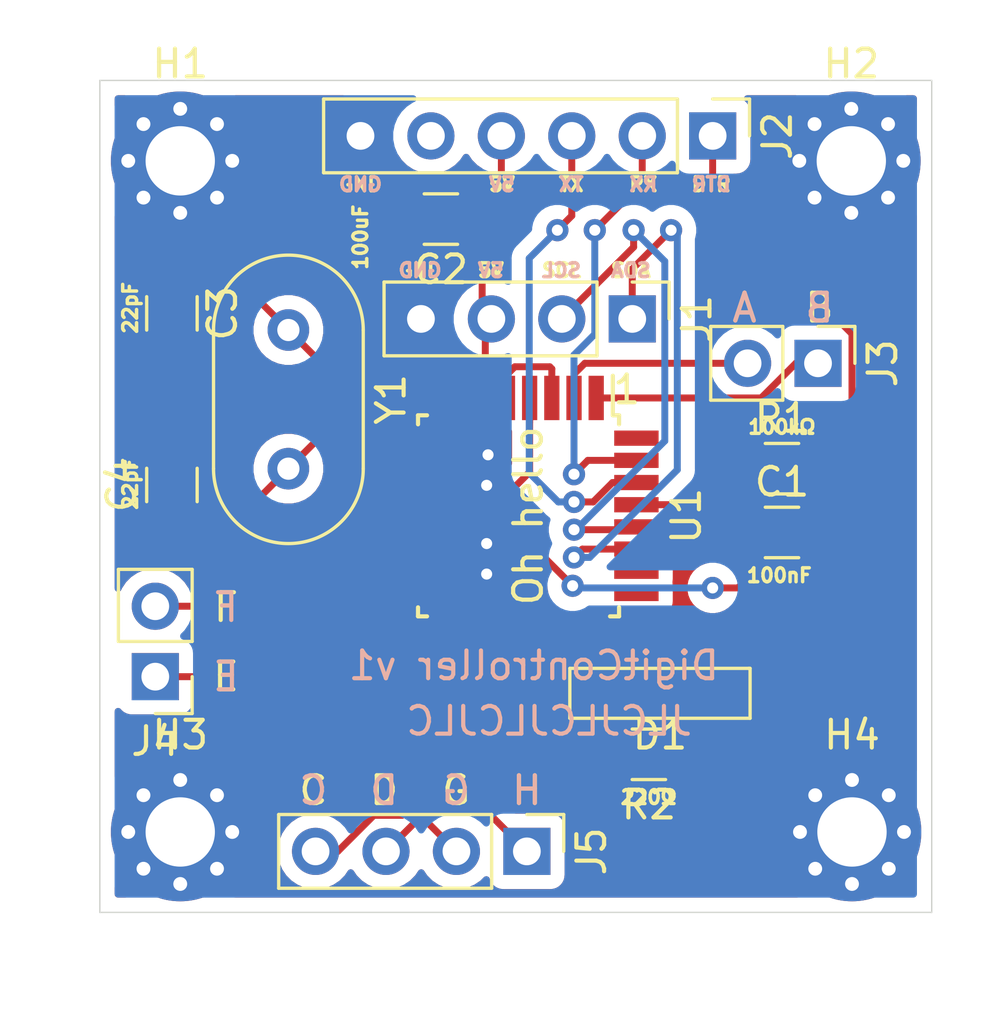
<source format=kicad_pcb>
(kicad_pcb (version 20171130) (host pcbnew "(5.1.6)-1")

  (general
    (thickness 1.6)
    (drawings 48)
    (tracks 146)
    (zones 0)
    (modules 18)
    (nets 33)
  )

  (page A4)
  (layers
    (0 F.Cu signal)
    (31 B.Cu signal)
    (32 B.Adhes user)
    (33 F.Adhes user)
    (34 B.Paste user)
    (35 F.Paste user)
    (36 B.SilkS user)
    (37 F.SilkS user)
    (38 B.Mask user)
    (39 F.Mask user)
    (40 Dwgs.User user)
    (41 Cmts.User user)
    (42 Eco1.User user)
    (43 Eco2.User user)
    (44 Edge.Cuts user)
    (45 Margin user)
    (46 B.CrtYd user)
    (47 F.CrtYd user)
    (48 B.Fab user)
    (49 F.Fab user)
  )

  (setup
    (last_trace_width 0.25)
    (user_trace_width 0.5)
    (trace_clearance 0.2)
    (zone_clearance 0.508)
    (zone_45_only no)
    (trace_min 0.2)
    (via_size 0.8)
    (via_drill 0.4)
    (via_min_size 0.4)
    (via_min_drill 0.3)
    (uvia_size 0.3)
    (uvia_drill 0.1)
    (uvias_allowed no)
    (uvia_min_size 0.2)
    (uvia_min_drill 0.1)
    (edge_width 0.05)
    (segment_width 0.2)
    (pcb_text_width 0.3)
    (pcb_text_size 1.5 1.5)
    (mod_edge_width 0.12)
    (mod_text_size 1 1)
    (mod_text_width 0.15)
    (pad_size 1.524 1.524)
    (pad_drill 0.762)
    (pad_to_mask_clearance 0.05)
    (aux_axis_origin 0 0)
    (visible_elements 7FF9FF7F)
    (pcbplotparams
      (layerselection 0x010fc_ffffffff)
      (usegerberextensions false)
      (usegerberattributes true)
      (usegerberadvancedattributes true)
      (creategerberjobfile true)
      (excludeedgelayer true)
      (linewidth 0.100000)
      (plotframeref false)
      (viasonmask false)
      (mode 1)
      (useauxorigin false)
      (hpglpennumber 1)
      (hpglpenspeed 20)
      (hpglpendiameter 15.000000)
      (psnegative false)
      (psa4output false)
      (plotreference false)
      (plotvalue false)
      (plotinvisibletext false)
      (padsonsilk false)
      (subtractmaskfromsilk false)
      (outputformat 1)
      (mirror false)
      (drillshape 0)
      (scaleselection 1)
      (outputdirectory "C:/Users/Drake/KiCAD Projects/SevenSegment/DigitController/gerber/"))
  )

  (net 0 "")
  (net 1 /FTDI_DTR)
  (net 2 /RESET)
  (net 3 /5V)
  (net 4 /XTAL1)
  (net 5 /XTAL2)
  (net 6 "Net-(D1-Pad1)")
  (net 7 /LED)
  (net 8 /SCL)
  (net 9 /SDA)
  (net 10 /FTDI_RX)
  (net 11 /FTDI_TX)
  (net 12 "Net-(J2-Pad5)")
  (net 13 /SEG_A)
  (net 14 /SEG_B)
  (net 15 /SEG_C)
  (net 16 /SEG_D)
  (net 17 /SEG_E)
  (net 18 /SEG_F)
  (net 19 /SEG_G)
  (net 20 /SEG_H)
  (net 21 "Net-(U1-Pad10)")
  (net 22 "Net-(U1-Pad11)")
  (net 23 "Net-(U1-Pad18)")
  (net 24 "Net-(U1-Pad19)")
  (net 25 "Net-(U1-Pad20)")
  (net 26 "Net-(U1-Pad22)")
  (net 27 /GND)
  (net 28 "Net-(U1-Pad32)")
  (net 29 "Net-(U1-Pad9)")
  (net 30 "Net-(U1-Pad25)")
  (net 31 "Net-(U1-Pad26)")
  (net 32 "Net-(U1-Pad23)")

  (net_class Default "This is the default net class."
    (clearance 0.2)
    (trace_width 0.25)
    (via_dia 0.8)
    (via_drill 0.4)
    (uvia_dia 0.3)
    (uvia_drill 0.1)
    (add_net /5V)
    (add_net /FTDI_DTR)
    (add_net /FTDI_RX)
    (add_net /FTDI_TX)
    (add_net /GND)
    (add_net /LED)
    (add_net /RESET)
    (add_net /SCL)
    (add_net /SDA)
    (add_net /SEG_A)
    (add_net /SEG_B)
    (add_net /SEG_C)
    (add_net /SEG_D)
    (add_net /SEG_E)
    (add_net /SEG_F)
    (add_net /SEG_G)
    (add_net /SEG_H)
    (add_net /XTAL1)
    (add_net /XTAL2)
    (add_net "Net-(D1-Pad1)")
    (add_net "Net-(J2-Pad5)")
    (add_net "Net-(U1-Pad10)")
    (add_net "Net-(U1-Pad11)")
    (add_net "Net-(U1-Pad18)")
    (add_net "Net-(U1-Pad19)")
    (add_net "Net-(U1-Pad20)")
    (add_net "Net-(U1-Pad22)")
    (add_net "Net-(U1-Pad23)")
    (add_net "Net-(U1-Pad25)")
    (add_net "Net-(U1-Pad26)")
    (add_net "Net-(U1-Pad32)")
    (add_net "Net-(U1-Pad9)")
  )

  (module Crystal:Resonator-2Pin_W10.0mm_H5.0mm (layer F.Cu) (tedit 5A0FD1B2) (tstamp 5F5945C9)
    (at 66.8 89 270)
    (descr "Ceramic Resomator/Filter 10.0x5.0 RedFrequency MG/MT/MX series, http://www.red-frequency.com/download/datenblatt/redfrequency-datenblatt-ir-zta.pdf, length*width=10.0x5.0mm^2 package, package length=10.0mm, package width=5.0mm, 2 pins")
    (tags "THT ceramic resonator filter")
    (path /5F56ED99)
    (fp_text reference Y1 (at 2.5 -3.7 90) (layer F.SilkS)
      (effects (font (size 1 1) (thickness 0.15)))
    )
    (fp_text value Crystal (at 2.5 3.7 90) (layer F.Fab)
      (effects (font (size 1 1) (thickness 0.15)))
    )
    (fp_arc (start 5 0) (end 5 -2.7) (angle 180) (layer F.SilkS) (width 0.12))
    (fp_arc (start 0 0) (end 0 -2.7) (angle -180) (layer F.SilkS) (width 0.12))
    (fp_arc (start 5 0) (end 5 -2.5) (angle 180) (layer F.Fab) (width 0.1))
    (fp_arc (start 0 0) (end 0 -2.5) (angle -180) (layer F.Fab) (width 0.1))
    (fp_arc (start 5 0) (end 5 -2.5) (angle 180) (layer F.Fab) (width 0.1))
    (fp_arc (start 0 0) (end 0 -2.5) (angle -180) (layer F.Fab) (width 0.1))
    (fp_text user %R (at 2.5 0 90) (layer F.Fab)
      (effects (font (size 1 1) (thickness 0.15)))
    )
    (fp_line (start 0 -2.5) (end 5 -2.5) (layer F.Fab) (width 0.1))
    (fp_line (start 0 2.5) (end 5 2.5) (layer F.Fab) (width 0.1))
    (fp_line (start 0 -2.5) (end 5 -2.5) (layer F.Fab) (width 0.1))
    (fp_line (start 0 2.5) (end 5 2.5) (layer F.Fab) (width 0.1))
    (fp_line (start 0 -2.7) (end 5 -2.7) (layer F.SilkS) (width 0.12))
    (fp_line (start 0 2.7) (end 5 2.7) (layer F.SilkS) (width 0.12))
    (fp_line (start -3 -3) (end -3 3) (layer F.CrtYd) (width 0.05))
    (fp_line (start -3 3) (end 8 3) (layer F.CrtYd) (width 0.05))
    (fp_line (start 8 3) (end 8 -3) (layer F.CrtYd) (width 0.05))
    (fp_line (start 8 -3) (end -3 -3) (layer F.CrtYd) (width 0.05))
    (pad 2 thru_hole circle (at 5 0 270) (size 1.5 1.5) (drill 0.8) (layers *.Cu *.Mask)
      (net 5 /XTAL2))
    (pad 1 thru_hole circle (at 0 0 270) (size 1.5 1.5) (drill 0.8) (layers *.Cu *.Mask)
      (net 4 /XTAL1))
    (model ${KISYS3DMOD}/Crystal.3dshapes/Resonator-2Pin_W10.0mm_H5.0mm.wrl
      (at (xyz 0 0 0))
      (scale (xyz 1 1 1))
      (rotate (xyz 0 0 0))
    )
  )

  (module Package_QFP:TQFP-32_7x7mm_P0.8mm (layer F.Cu) (tedit 5A02F146) (tstamp 5F5945B2)
    (at 75.1 95.7 270)
    (descr "32-Lead Plastic Thin Quad Flatpack (PT) - 7x7x1.0 mm Body, 2.00 mm [TQFP] (see Microchip Packaging Specification 00000049BS.pdf)")
    (tags "QFP 0.8")
    (path /5F56BBD9)
    (attr smd)
    (fp_text reference U1 (at 0 -6.05 90) (layer F.SilkS)
      (effects (font (size 1 1) (thickness 0.15)))
    )
    (fp_text value ATmega328P-AU (at 0 6.05 90) (layer F.Fab)
      (effects (font (size 1 1) (thickness 0.15)))
    )
    (fp_text user %R (at 0 0 90) (layer F.Fab)
      (effects (font (size 1 1) (thickness 0.15)))
    )
    (fp_line (start -2.5 -3.5) (end 3.5 -3.5) (layer F.Fab) (width 0.15))
    (fp_line (start 3.5 -3.5) (end 3.5 3.5) (layer F.Fab) (width 0.15))
    (fp_line (start 3.5 3.5) (end -3.5 3.5) (layer F.Fab) (width 0.15))
    (fp_line (start -3.5 3.5) (end -3.5 -2.5) (layer F.Fab) (width 0.15))
    (fp_line (start -3.5 -2.5) (end -2.5 -3.5) (layer F.Fab) (width 0.15))
    (fp_line (start -5.3 -5.3) (end -5.3 5.3) (layer F.CrtYd) (width 0.05))
    (fp_line (start 5.3 -5.3) (end 5.3 5.3) (layer F.CrtYd) (width 0.05))
    (fp_line (start -5.3 -5.3) (end 5.3 -5.3) (layer F.CrtYd) (width 0.05))
    (fp_line (start -5.3 5.3) (end 5.3 5.3) (layer F.CrtYd) (width 0.05))
    (fp_line (start -3.625 -3.625) (end -3.625 -3.4) (layer F.SilkS) (width 0.15))
    (fp_line (start 3.625 -3.625) (end 3.625 -3.3) (layer F.SilkS) (width 0.15))
    (fp_line (start 3.625 3.625) (end 3.625 3.3) (layer F.SilkS) (width 0.15))
    (fp_line (start -3.625 3.625) (end -3.625 3.3) (layer F.SilkS) (width 0.15))
    (fp_line (start -3.625 -3.625) (end -3.3 -3.625) (layer F.SilkS) (width 0.15))
    (fp_line (start -3.625 3.625) (end -3.3 3.625) (layer F.SilkS) (width 0.15))
    (fp_line (start 3.625 3.625) (end 3.3 3.625) (layer F.SilkS) (width 0.15))
    (fp_line (start 3.625 -3.625) (end 3.3 -3.625) (layer F.SilkS) (width 0.15))
    (fp_line (start -3.625 -3.4) (end -5.05 -3.4) (layer F.SilkS) (width 0.15))
    (pad 32 smd rect (at -2.8 -4.25) (size 1.6 0.55) (layers F.Cu F.Paste F.Mask)
      (net 28 "Net-(U1-Pad32)"))
    (pad 31 smd rect (at -2 -4.25) (size 1.6 0.55) (layers F.Cu F.Paste F.Mask)
      (net 10 /FTDI_RX))
    (pad 30 smd rect (at -1.2 -4.25) (size 1.6 0.55) (layers F.Cu F.Paste F.Mask)
      (net 11 /FTDI_TX))
    (pad 29 smd rect (at -0.4 -4.25) (size 1.6 0.55) (layers F.Cu F.Paste F.Mask)
      (net 2 /RESET))
    (pad 28 smd rect (at 0.4 -4.25) (size 1.6 0.55) (layers F.Cu F.Paste F.Mask)
      (net 8 /SCL))
    (pad 27 smd rect (at 1.2 -4.25) (size 1.6 0.55) (layers F.Cu F.Paste F.Mask)
      (net 9 /SDA))
    (pad 26 smd rect (at 2 -4.25) (size 1.6 0.55) (layers F.Cu F.Paste F.Mask)
      (net 31 "Net-(U1-Pad26)"))
    (pad 25 smd rect (at 2.8 -4.25) (size 1.6 0.55) (layers F.Cu F.Paste F.Mask)
      (net 30 "Net-(U1-Pad25)"))
    (pad 24 smd rect (at 4.25 -2.8 270) (size 1.6 0.55) (layers F.Cu F.Paste F.Mask)
      (net 7 /LED))
    (pad 23 smd rect (at 4.25 -2 270) (size 1.6 0.55) (layers F.Cu F.Paste F.Mask)
      (net 32 "Net-(U1-Pad23)"))
    (pad 22 smd rect (at 4.25 -1.2 270) (size 1.6 0.55) (layers F.Cu F.Paste F.Mask)
      (net 26 "Net-(U1-Pad22)"))
    (pad 21 smd rect (at 4.25 -0.4 270) (size 1.6 0.55) (layers F.Cu F.Paste F.Mask)
      (net 27 /GND))
    (pad 20 smd rect (at 4.25 0.4 270) (size 1.6 0.55) (layers F.Cu F.Paste F.Mask)
      (net 25 "Net-(U1-Pad20)"))
    (pad 19 smd rect (at 4.25 1.2 270) (size 1.6 0.55) (layers F.Cu F.Paste F.Mask)
      (net 24 "Net-(U1-Pad19)"))
    (pad 18 smd rect (at 4.25 2 270) (size 1.6 0.55) (layers F.Cu F.Paste F.Mask)
      (net 23 "Net-(U1-Pad18)"))
    (pad 17 smd rect (at 4.25 2.8 270) (size 1.6 0.55) (layers F.Cu F.Paste F.Mask)
      (net 20 /SEG_H))
    (pad 16 smd rect (at 2.8 4.25) (size 1.6 0.55) (layers F.Cu F.Paste F.Mask)
      (net 19 /SEG_G))
    (pad 15 smd rect (at 2 4.25) (size 1.6 0.55) (layers F.Cu F.Paste F.Mask)
      (net 16 /SEG_D))
    (pad 14 smd rect (at 1.2 4.25) (size 1.6 0.55) (layers F.Cu F.Paste F.Mask)
      (net 15 /SEG_C))
    (pad 13 smd rect (at 0.4 4.25) (size 1.6 0.55) (layers F.Cu F.Paste F.Mask)
      (net 17 /SEG_E))
    (pad 12 smd rect (at -0.4 4.25) (size 1.6 0.55) (layers F.Cu F.Paste F.Mask)
      (net 18 /SEG_F))
    (pad 11 smd rect (at -1.2 4.25) (size 1.6 0.55) (layers F.Cu F.Paste F.Mask)
      (net 22 "Net-(U1-Pad11)"))
    (pad 10 smd rect (at -2 4.25) (size 1.6 0.55) (layers F.Cu F.Paste F.Mask)
      (net 21 "Net-(U1-Pad10)"))
    (pad 9 smd rect (at -2.8 4.25) (size 1.6 0.55) (layers F.Cu F.Paste F.Mask)
      (net 29 "Net-(U1-Pad9)"))
    (pad 8 smd rect (at -4.25 2.8 270) (size 1.6 0.55) (layers F.Cu F.Paste F.Mask)
      (net 5 /XTAL2))
    (pad 7 smd rect (at -4.25 2 270) (size 1.6 0.55) (layers F.Cu F.Paste F.Mask)
      (net 4 /XTAL1))
    (pad 6 smd rect (at -4.25 1.2 270) (size 1.6 0.55) (layers F.Cu F.Paste F.Mask)
      (net 3 /5V))
    (pad 5 smd rect (at -4.25 0.4 270) (size 1.6 0.55) (layers F.Cu F.Paste F.Mask)
      (net 27 /GND))
    (pad 4 smd rect (at -4.25 -0.4 270) (size 1.6 0.55) (layers F.Cu F.Paste F.Mask)
      (net 3 /5V))
    (pad 3 smd rect (at -4.25 -1.2 270) (size 1.6 0.55) (layers F.Cu F.Paste F.Mask)
      (net 27 /GND))
    (pad 2 smd rect (at -4.25 -2 270) (size 1.6 0.55) (layers F.Cu F.Paste F.Mask)
      (net 13 /SEG_A))
    (pad 1 smd rect (at -4.25 -2.8 270) (size 1.6 0.55) (layers F.Cu F.Paste F.Mask)
      (net 14 /SEG_B))
    (model ${KISYS3DMOD}/Package_QFP.3dshapes/TQFP-32_7x7mm_P0.8mm.wrl
      (at (xyz 0 0 0))
      (scale (xyz 1 1 1))
      (rotate (xyz 0 0 0))
    )
  )

  (module Resistor_SMD:R_1206_3216Metric_Pad1.42x1.75mm_HandSolder (layer F.Cu) (tedit 5B301BBD) (tstamp 5F59457B)
    (at 79.8 104.3 180)
    (descr "Resistor SMD 1206 (3216 Metric), square (rectangular) end terminal, IPC_7351 nominal with elongated pad for handsoldering. (Body size source: http://www.tortai-tech.com/upload/download/2011102023233369053.pdf), generated with kicad-footprint-generator")
    (tags "resistor handsolder")
    (path /5F5A41A0)
    (attr smd)
    (fp_text reference R2 (at 0 -1.82) (layer F.SilkS)
      (effects (font (size 1 1) (thickness 0.15)))
    )
    (fp_text value 220Ohm (at 0 1.82) (layer F.Fab)
      (effects (font (size 1 1) (thickness 0.15)))
    )
    (fp_text user %R (at 0 0) (layer F.Fab)
      (effects (font (size 0.8 0.8) (thickness 0.12)))
    )
    (fp_line (start -1.6 0.8) (end -1.6 -0.8) (layer F.Fab) (width 0.1))
    (fp_line (start -1.6 -0.8) (end 1.6 -0.8) (layer F.Fab) (width 0.1))
    (fp_line (start 1.6 -0.8) (end 1.6 0.8) (layer F.Fab) (width 0.1))
    (fp_line (start 1.6 0.8) (end -1.6 0.8) (layer F.Fab) (width 0.1))
    (fp_line (start -0.602064 -0.91) (end 0.602064 -0.91) (layer F.SilkS) (width 0.12))
    (fp_line (start -0.602064 0.91) (end 0.602064 0.91) (layer F.SilkS) (width 0.12))
    (fp_line (start -2.45 1.12) (end -2.45 -1.12) (layer F.CrtYd) (width 0.05))
    (fp_line (start -2.45 -1.12) (end 2.45 -1.12) (layer F.CrtYd) (width 0.05))
    (fp_line (start 2.45 -1.12) (end 2.45 1.12) (layer F.CrtYd) (width 0.05))
    (fp_line (start 2.45 1.12) (end -2.45 1.12) (layer F.CrtYd) (width 0.05))
    (pad 2 smd roundrect (at 1.4875 0 180) (size 1.425 1.75) (layers F.Cu F.Paste F.Mask) (roundrect_rratio 0.175439)
      (net 27 /GND))
    (pad 1 smd roundrect (at -1.4875 0 180) (size 1.425 1.75) (layers F.Cu F.Paste F.Mask) (roundrect_rratio 0.175439)
      (net 6 "Net-(D1-Pad1)"))
    (model ${KISYS3DMOD}/Resistor_SMD.3dshapes/R_1206_3216Metric.wrl
      (at (xyz 0 0 0))
      (scale (xyz 1 1 1))
      (rotate (xyz 0 0 0))
    )
  )

  (module Resistor_SMD:R_1206_3216Metric_Pad1.42x1.75mm_HandSolder (layer F.Cu) (tedit 5B301BBD) (tstamp 5F59456A)
    (at 84.6 94)
    (descr "Resistor SMD 1206 (3216 Metric), square (rectangular) end terminal, IPC_7351 nominal with elongated pad for handsoldering. (Body size source: http://www.tortai-tech.com/upload/download/2011102023233369053.pdf), generated with kicad-footprint-generator")
    (tags "resistor handsolder")
    (path /5F575564)
    (attr smd)
    (fp_text reference R1 (at 0 -1.82) (layer F.SilkS)
      (effects (font (size 1 1) (thickness 0.15)))
    )
    (fp_text value 10kOhm (at 0 1.82) (layer F.Fab)
      (effects (font (size 1 1) (thickness 0.15)))
    )
    (fp_text user %R (at 0 0) (layer F.Fab)
      (effects (font (size 0.8 0.8) (thickness 0.12)))
    )
    (fp_line (start -1.6 0.8) (end -1.6 -0.8) (layer F.Fab) (width 0.1))
    (fp_line (start -1.6 -0.8) (end 1.6 -0.8) (layer F.Fab) (width 0.1))
    (fp_line (start 1.6 -0.8) (end 1.6 0.8) (layer F.Fab) (width 0.1))
    (fp_line (start 1.6 0.8) (end -1.6 0.8) (layer F.Fab) (width 0.1))
    (fp_line (start -0.602064 -0.91) (end 0.602064 -0.91) (layer F.SilkS) (width 0.12))
    (fp_line (start -0.602064 0.91) (end 0.602064 0.91) (layer F.SilkS) (width 0.12))
    (fp_line (start -2.45 1.12) (end -2.45 -1.12) (layer F.CrtYd) (width 0.05))
    (fp_line (start -2.45 -1.12) (end 2.45 -1.12) (layer F.CrtYd) (width 0.05))
    (fp_line (start 2.45 -1.12) (end 2.45 1.12) (layer F.CrtYd) (width 0.05))
    (fp_line (start 2.45 1.12) (end -2.45 1.12) (layer F.CrtYd) (width 0.05))
    (pad 2 smd roundrect (at 1.4875 0) (size 1.425 1.75) (layers F.Cu F.Paste F.Mask) (roundrect_rratio 0.175439)
      (net 3 /5V))
    (pad 1 smd roundrect (at -1.4875 0) (size 1.425 1.75) (layers F.Cu F.Paste F.Mask) (roundrect_rratio 0.175439)
      (net 2 /RESET))
    (model ${KISYS3DMOD}/Resistor_SMD.3dshapes/R_1206_3216Metric.wrl
      (at (xyz 0 0 0))
      (scale (xyz 1 1 1))
      (rotate (xyz 0 0 0))
    )
  )

  (module Connector_PinHeader_2.54mm:PinHeader_1x04_P2.54mm_Vertical (layer F.Cu) (tedit 59FED5CC) (tstamp 5F594559)
    (at 75.4 107.8 270)
    (descr "Through hole straight pin header, 1x04, 2.54mm pitch, single row")
    (tags "Through hole pin header THT 1x04 2.54mm single row")
    (path /5F5C1DD7)
    (fp_text reference J5 (at 0 -2.33 90) (layer F.SilkS)
      (effects (font (size 1 1) (thickness 0.15)))
    )
    (fp_text value MConn_CDGH (at 0 9.95 90) (layer F.Fab)
      (effects (font (size 1 1) (thickness 0.15)))
    )
    (fp_text user %R (at 0 3.81) (layer F.Fab)
      (effects (font (size 1 1) (thickness 0.15)))
    )
    (fp_line (start -0.635 -1.27) (end 1.27 -1.27) (layer F.Fab) (width 0.1))
    (fp_line (start 1.27 -1.27) (end 1.27 8.89) (layer F.Fab) (width 0.1))
    (fp_line (start 1.27 8.89) (end -1.27 8.89) (layer F.Fab) (width 0.1))
    (fp_line (start -1.27 8.89) (end -1.27 -0.635) (layer F.Fab) (width 0.1))
    (fp_line (start -1.27 -0.635) (end -0.635 -1.27) (layer F.Fab) (width 0.1))
    (fp_line (start -1.33 8.95) (end 1.33 8.95) (layer F.SilkS) (width 0.12))
    (fp_line (start -1.33 1.27) (end -1.33 8.95) (layer F.SilkS) (width 0.12))
    (fp_line (start 1.33 1.27) (end 1.33 8.95) (layer F.SilkS) (width 0.12))
    (fp_line (start -1.33 1.27) (end 1.33 1.27) (layer F.SilkS) (width 0.12))
    (fp_line (start -1.33 0) (end -1.33 -1.33) (layer F.SilkS) (width 0.12))
    (fp_line (start -1.33 -1.33) (end 0 -1.33) (layer F.SilkS) (width 0.12))
    (fp_line (start -1.8 -1.8) (end -1.8 9.4) (layer F.CrtYd) (width 0.05))
    (fp_line (start -1.8 9.4) (end 1.8 9.4) (layer F.CrtYd) (width 0.05))
    (fp_line (start 1.8 9.4) (end 1.8 -1.8) (layer F.CrtYd) (width 0.05))
    (fp_line (start 1.8 -1.8) (end -1.8 -1.8) (layer F.CrtYd) (width 0.05))
    (pad 4 thru_hole oval (at 0 7.62 270) (size 1.7 1.7) (drill 1) (layers *.Cu *.Mask)
      (net 15 /SEG_C))
    (pad 3 thru_hole oval (at 0 5.08 270) (size 1.7 1.7) (drill 1) (layers *.Cu *.Mask)
      (net 16 /SEG_D))
    (pad 2 thru_hole oval (at 0 2.54 270) (size 1.7 1.7) (drill 1) (layers *.Cu *.Mask)
      (net 19 /SEG_G))
    (pad 1 thru_hole rect (at 0 0 270) (size 1.7 1.7) (drill 1) (layers *.Cu *.Mask)
      (net 20 /SEG_H))
    (model ${KISYS3DMOD}/Connector_PinHeader_2.54mm.3dshapes/PinHeader_1x04_P2.54mm_Vertical.wrl
      (at (xyz 0 0 0))
      (scale (xyz 1 1 1))
      (rotate (xyz 0 0 0))
    )
  )

  (module Connector_PinHeader_2.54mm:PinHeader_1x02_P2.54mm_Vertical (layer F.Cu) (tedit 59FED5CC) (tstamp 5F594541)
    (at 62 101.5 180)
    (descr "Through hole straight pin header, 1x02, 2.54mm pitch, single row")
    (tags "Through hole pin header THT 1x02 2.54mm single row")
    (path /5F5C1AF1)
    (fp_text reference J4 (at 0 -2.33) (layer F.SilkS)
      (effects (font (size 1 1) (thickness 0.15)))
    )
    (fp_text value MConn_FE (at 0 4.87) (layer F.Fab)
      (effects (font (size 1 1) (thickness 0.15)))
    )
    (fp_text user %R (at 0 1.27 90) (layer F.Fab)
      (effects (font (size 1 1) (thickness 0.15)))
    )
    (fp_line (start -0.635 -1.27) (end 1.27 -1.27) (layer F.Fab) (width 0.1))
    (fp_line (start 1.27 -1.27) (end 1.27 3.81) (layer F.Fab) (width 0.1))
    (fp_line (start 1.27 3.81) (end -1.27 3.81) (layer F.Fab) (width 0.1))
    (fp_line (start -1.27 3.81) (end -1.27 -0.635) (layer F.Fab) (width 0.1))
    (fp_line (start -1.27 -0.635) (end -0.635 -1.27) (layer F.Fab) (width 0.1))
    (fp_line (start -1.33 3.87) (end 1.33 3.87) (layer F.SilkS) (width 0.12))
    (fp_line (start -1.33 1.27) (end -1.33 3.87) (layer F.SilkS) (width 0.12))
    (fp_line (start 1.33 1.27) (end 1.33 3.87) (layer F.SilkS) (width 0.12))
    (fp_line (start -1.33 1.27) (end 1.33 1.27) (layer F.SilkS) (width 0.12))
    (fp_line (start -1.33 0) (end -1.33 -1.33) (layer F.SilkS) (width 0.12))
    (fp_line (start -1.33 -1.33) (end 0 -1.33) (layer F.SilkS) (width 0.12))
    (fp_line (start -1.8 -1.8) (end -1.8 4.35) (layer F.CrtYd) (width 0.05))
    (fp_line (start -1.8 4.35) (end 1.8 4.35) (layer F.CrtYd) (width 0.05))
    (fp_line (start 1.8 4.35) (end 1.8 -1.8) (layer F.CrtYd) (width 0.05))
    (fp_line (start 1.8 -1.8) (end -1.8 -1.8) (layer F.CrtYd) (width 0.05))
    (pad 2 thru_hole oval (at 0 2.54 180) (size 1.7 1.7) (drill 1) (layers *.Cu *.Mask)
      (net 18 /SEG_F))
    (pad 1 thru_hole rect (at 0 0 180) (size 1.7 1.7) (drill 1) (layers *.Cu *.Mask)
      (net 17 /SEG_E))
    (model ${KISYS3DMOD}/Connector_PinHeader_2.54mm.3dshapes/PinHeader_1x02_P2.54mm_Vertical.wrl
      (at (xyz 0 0 0))
      (scale (xyz 1 1 1))
      (rotate (xyz 0 0 0))
    )
  )

  (module Connector_PinHeader_2.54mm:PinHeader_1x02_P2.54mm_Vertical (layer F.Cu) (tedit 59FED5CC) (tstamp 5F59452B)
    (at 85.9 90.2 270)
    (descr "Through hole straight pin header, 1x02, 2.54mm pitch, single row")
    (tags "Through hole pin header THT 1x02 2.54mm single row")
    (path /5F5C1271)
    (fp_text reference J3 (at 0 -2.33 90) (layer F.SilkS)
      (effects (font (size 1 1) (thickness 0.15)))
    )
    (fp_text value MConn_AB (at 0 4.87 90) (layer F.Fab)
      (effects (font (size 1 1) (thickness 0.15)))
    )
    (fp_text user %R (at 0 1.27) (layer F.Fab)
      (effects (font (size 1 1) (thickness 0.15)))
    )
    (fp_line (start -0.635 -1.27) (end 1.27 -1.27) (layer F.Fab) (width 0.1))
    (fp_line (start 1.27 -1.27) (end 1.27 3.81) (layer F.Fab) (width 0.1))
    (fp_line (start 1.27 3.81) (end -1.27 3.81) (layer F.Fab) (width 0.1))
    (fp_line (start -1.27 3.81) (end -1.27 -0.635) (layer F.Fab) (width 0.1))
    (fp_line (start -1.27 -0.635) (end -0.635 -1.27) (layer F.Fab) (width 0.1))
    (fp_line (start -1.33 3.87) (end 1.33 3.87) (layer F.SilkS) (width 0.12))
    (fp_line (start -1.33 1.27) (end -1.33 3.87) (layer F.SilkS) (width 0.12))
    (fp_line (start 1.33 1.27) (end 1.33 3.87) (layer F.SilkS) (width 0.12))
    (fp_line (start -1.33 1.27) (end 1.33 1.27) (layer F.SilkS) (width 0.12))
    (fp_line (start -1.33 0) (end -1.33 -1.33) (layer F.SilkS) (width 0.12))
    (fp_line (start -1.33 -1.33) (end 0 -1.33) (layer F.SilkS) (width 0.12))
    (fp_line (start -1.8 -1.8) (end -1.8 4.35) (layer F.CrtYd) (width 0.05))
    (fp_line (start -1.8 4.35) (end 1.8 4.35) (layer F.CrtYd) (width 0.05))
    (fp_line (start 1.8 4.35) (end 1.8 -1.8) (layer F.CrtYd) (width 0.05))
    (fp_line (start 1.8 -1.8) (end -1.8 -1.8) (layer F.CrtYd) (width 0.05))
    (pad 2 thru_hole oval (at 0 2.54 270) (size 1.7 1.7) (drill 1) (layers *.Cu *.Mask)
      (net 13 /SEG_A))
    (pad 1 thru_hole rect (at 0 0 270) (size 1.7 1.7) (drill 1) (layers *.Cu *.Mask)
      (net 14 /SEG_B))
    (model ${KISYS3DMOD}/Connector_PinHeader_2.54mm.3dshapes/PinHeader_1x02_P2.54mm_Vertical.wrl
      (at (xyz 0 0 0))
      (scale (xyz 1 1 1))
      (rotate (xyz 0 0 0))
    )
  )

  (module Connector_PinHeader_2.54mm:PinHeader_1x06_P2.54mm_Vertical (layer F.Cu) (tedit 59FED5CC) (tstamp 5F594515)
    (at 82.1 82 270)
    (descr "Through hole straight pin header, 1x06, 2.54mm pitch, single row")
    (tags "Through hole pin header THT 1x06 2.54mm single row")
    (path /5F578FCE)
    (fp_text reference J2 (at 0 -2.33 90) (layer F.SilkS)
      (effects (font (size 1 1) (thickness 0.15)))
    )
    (fp_text value FTDI_Conn (at 0 15.03 90) (layer F.Fab)
      (effects (font (size 1 1) (thickness 0.15)))
    )
    (fp_text user %R (at 0 6.35) (layer F.Fab)
      (effects (font (size 1 1) (thickness 0.15)))
    )
    (fp_line (start -0.635 -1.27) (end 1.27 -1.27) (layer F.Fab) (width 0.1))
    (fp_line (start 1.27 -1.27) (end 1.27 13.97) (layer F.Fab) (width 0.1))
    (fp_line (start 1.27 13.97) (end -1.27 13.97) (layer F.Fab) (width 0.1))
    (fp_line (start -1.27 13.97) (end -1.27 -0.635) (layer F.Fab) (width 0.1))
    (fp_line (start -1.27 -0.635) (end -0.635 -1.27) (layer F.Fab) (width 0.1))
    (fp_line (start -1.33 14.03) (end 1.33 14.03) (layer F.SilkS) (width 0.12))
    (fp_line (start -1.33 1.27) (end -1.33 14.03) (layer F.SilkS) (width 0.12))
    (fp_line (start 1.33 1.27) (end 1.33 14.03) (layer F.SilkS) (width 0.12))
    (fp_line (start -1.33 1.27) (end 1.33 1.27) (layer F.SilkS) (width 0.12))
    (fp_line (start -1.33 0) (end -1.33 -1.33) (layer F.SilkS) (width 0.12))
    (fp_line (start -1.33 -1.33) (end 0 -1.33) (layer F.SilkS) (width 0.12))
    (fp_line (start -1.8 -1.8) (end -1.8 14.5) (layer F.CrtYd) (width 0.05))
    (fp_line (start -1.8 14.5) (end 1.8 14.5) (layer F.CrtYd) (width 0.05))
    (fp_line (start 1.8 14.5) (end 1.8 -1.8) (layer F.CrtYd) (width 0.05))
    (fp_line (start 1.8 -1.8) (end -1.8 -1.8) (layer F.CrtYd) (width 0.05))
    (pad 6 thru_hole oval (at 0 12.7 270) (size 1.7 1.7) (drill 1) (layers *.Cu *.Mask)
      (net 27 /GND))
    (pad 5 thru_hole oval (at 0 10.16 270) (size 1.7 1.7) (drill 1) (layers *.Cu *.Mask)
      (net 12 "Net-(J2-Pad5)"))
    (pad 4 thru_hole oval (at 0 7.62 270) (size 1.7 1.7) (drill 1) (layers *.Cu *.Mask)
      (net 3 /5V))
    (pad 3 thru_hole oval (at 0 5.08 270) (size 1.7 1.7) (drill 1) (layers *.Cu *.Mask)
      (net 11 /FTDI_TX))
    (pad 2 thru_hole oval (at 0 2.54 270) (size 1.7 1.7) (drill 1) (layers *.Cu *.Mask)
      (net 10 /FTDI_RX))
    (pad 1 thru_hole rect (at 0 0 270) (size 1.7 1.7) (drill 1) (layers *.Cu *.Mask)
      (net 1 /FTDI_DTR))
    (model ${KISYS3DMOD}/Connector_PinHeader_2.54mm.3dshapes/PinHeader_1x06_P2.54mm_Vertical.wrl
      (at (xyz 0 0 0))
      (scale (xyz 1 1 1))
      (rotate (xyz 0 0 0))
    )
  )

  (module Connector_PinHeader_2.54mm:PinHeader_1x04_P2.54mm_Vertical (layer F.Cu) (tedit 59FED5CC) (tstamp 5F5944FB)
    (at 79.2 88.6 270)
    (descr "Through hole straight pin header, 1x04, 2.54mm pitch, single row")
    (tags "Through hole pin header THT 1x04 2.54mm single row")
    (path /5F58D5FD)
    (fp_text reference J1 (at 0 -2.33 90) (layer F.SilkS)
      (effects (font (size 1 1) (thickness 0.15)))
    )
    (fp_text value Master_Conn (at 0 9.95 90) (layer F.Fab)
      (effects (font (size 1 1) (thickness 0.15)))
    )
    (fp_text user %R (at 0 3.81) (layer F.Fab)
      (effects (font (size 1 1) (thickness 0.15)))
    )
    (fp_line (start -0.635 -1.27) (end 1.27 -1.27) (layer F.Fab) (width 0.1))
    (fp_line (start 1.27 -1.27) (end 1.27 8.89) (layer F.Fab) (width 0.1))
    (fp_line (start 1.27 8.89) (end -1.27 8.89) (layer F.Fab) (width 0.1))
    (fp_line (start -1.27 8.89) (end -1.27 -0.635) (layer F.Fab) (width 0.1))
    (fp_line (start -1.27 -0.635) (end -0.635 -1.27) (layer F.Fab) (width 0.1))
    (fp_line (start -1.33 8.95) (end 1.33 8.95) (layer F.SilkS) (width 0.12))
    (fp_line (start -1.33 1.27) (end -1.33 8.95) (layer F.SilkS) (width 0.12))
    (fp_line (start 1.33 1.27) (end 1.33 8.95) (layer F.SilkS) (width 0.12))
    (fp_line (start -1.33 1.27) (end 1.33 1.27) (layer F.SilkS) (width 0.12))
    (fp_line (start -1.33 0) (end -1.33 -1.33) (layer F.SilkS) (width 0.12))
    (fp_line (start -1.33 -1.33) (end 0 -1.33) (layer F.SilkS) (width 0.12))
    (fp_line (start -1.8 -1.8) (end -1.8 9.4) (layer F.CrtYd) (width 0.05))
    (fp_line (start -1.8 9.4) (end 1.8 9.4) (layer F.CrtYd) (width 0.05))
    (fp_line (start 1.8 9.4) (end 1.8 -1.8) (layer F.CrtYd) (width 0.05))
    (fp_line (start 1.8 -1.8) (end -1.8 -1.8) (layer F.CrtYd) (width 0.05))
    (pad 4 thru_hole oval (at 0 7.62 270) (size 1.7 1.7) (drill 1) (layers *.Cu *.Mask)
      (net 27 /GND))
    (pad 3 thru_hole oval (at 0 5.08 270) (size 1.7 1.7) (drill 1) (layers *.Cu *.Mask)
      (net 3 /5V))
    (pad 2 thru_hole oval (at 0 2.54 270) (size 1.7 1.7) (drill 1) (layers *.Cu *.Mask)
      (net 8 /SCL))
    (pad 1 thru_hole rect (at 0 0 270) (size 1.7 1.7) (drill 1) (layers *.Cu *.Mask)
      (net 9 /SDA))
    (model ${KISYS3DMOD}/Connector_PinHeader_2.54mm.3dshapes/PinHeader_1x04_P2.54mm_Vertical.wrl
      (at (xyz 0 0 0))
      (scale (xyz 1 1 1))
      (rotate (xyz 0 0 0))
    )
  )

  (module MountingHole:MountingHole_2.5mm_Pad_Via (layer F.Cu) (tedit 56DDBAEA) (tstamp 5F5944E3)
    (at 87.125 107.1)
    (descr "Mounting Hole 2.5mm")
    (tags "mounting hole 2.5mm")
    (path /5F5AEB37)
    (attr virtual)
    (fp_text reference H4 (at 0 -3.5) (layer F.SilkS)
      (effects (font (size 1 1) (thickness 0.15)))
    )
    (fp_text value MountingHole_Pad (at 0 3.5) (layer F.Fab)
      (effects (font (size 1 1) (thickness 0.15)))
    )
    (fp_text user %R (at 0.3 0) (layer F.Fab)
      (effects (font (size 1 1) (thickness 0.15)))
    )
    (fp_circle (center 0 0) (end 2.5 0) (layer Cmts.User) (width 0.15))
    (fp_circle (center 0 0) (end 2.75 0) (layer F.CrtYd) (width 0.05))
    (pad 1 thru_hole circle (at 1.325825 -1.325825) (size 0.8 0.8) (drill 0.5) (layers *.Cu *.Mask)
      (net 27 /GND))
    (pad 1 thru_hole circle (at 0 -1.875) (size 0.8 0.8) (drill 0.5) (layers *.Cu *.Mask)
      (net 27 /GND))
    (pad 1 thru_hole circle (at -1.325825 -1.325825) (size 0.8 0.8) (drill 0.5) (layers *.Cu *.Mask)
      (net 27 /GND))
    (pad 1 thru_hole circle (at -1.875 0) (size 0.8 0.8) (drill 0.5) (layers *.Cu *.Mask)
      (net 27 /GND))
    (pad 1 thru_hole circle (at -1.325825 1.325825) (size 0.8 0.8) (drill 0.5) (layers *.Cu *.Mask)
      (net 27 /GND))
    (pad 1 thru_hole circle (at 0 1.875) (size 0.8 0.8) (drill 0.5) (layers *.Cu *.Mask)
      (net 27 /GND))
    (pad 1 thru_hole circle (at 1.325825 1.325825) (size 0.8 0.8) (drill 0.5) (layers *.Cu *.Mask)
      (net 27 /GND))
    (pad 1 thru_hole circle (at 1.875 0) (size 0.8 0.8) (drill 0.5) (layers *.Cu *.Mask)
      (net 27 /GND))
    (pad 1 thru_hole circle (at 0 0) (size 5 5) (drill 2.5) (layers *.Cu *.Mask)
      (net 27 /GND))
  )

  (module MountingHole:MountingHole_2.5mm_Pad_Via (layer F.Cu) (tedit 56DDBAEA) (tstamp 5F5944D3)
    (at 62.9 107.1)
    (descr "Mounting Hole 2.5mm")
    (tags "mounting hole 2.5mm")
    (path /5F5AE9E0)
    (attr virtual)
    (fp_text reference H3 (at 0 -3.5) (layer F.SilkS)
      (effects (font (size 1 1) (thickness 0.15)))
    )
    (fp_text value MountingHole_Pad (at 0 3.5) (layer F.Fab)
      (effects (font (size 1 1) (thickness 0.15)))
    )
    (fp_text user %R (at 0.3 0) (layer F.Fab)
      (effects (font (size 1 1) (thickness 0.15)))
    )
    (fp_circle (center 0 0) (end 2.5 0) (layer Cmts.User) (width 0.15))
    (fp_circle (center 0 0) (end 2.75 0) (layer F.CrtYd) (width 0.05))
    (pad 1 thru_hole circle (at 1.325825 -1.325825) (size 0.8 0.8) (drill 0.5) (layers *.Cu *.Mask)
      (net 27 /GND))
    (pad 1 thru_hole circle (at 0 -1.875) (size 0.8 0.8) (drill 0.5) (layers *.Cu *.Mask)
      (net 27 /GND))
    (pad 1 thru_hole circle (at -1.325825 -1.325825) (size 0.8 0.8) (drill 0.5) (layers *.Cu *.Mask)
      (net 27 /GND))
    (pad 1 thru_hole circle (at -1.875 0) (size 0.8 0.8) (drill 0.5) (layers *.Cu *.Mask)
      (net 27 /GND))
    (pad 1 thru_hole circle (at -1.325825 1.325825) (size 0.8 0.8) (drill 0.5) (layers *.Cu *.Mask)
      (net 27 /GND))
    (pad 1 thru_hole circle (at 0 1.875) (size 0.8 0.8) (drill 0.5) (layers *.Cu *.Mask)
      (net 27 /GND))
    (pad 1 thru_hole circle (at 1.325825 1.325825) (size 0.8 0.8) (drill 0.5) (layers *.Cu *.Mask)
      (net 27 /GND))
    (pad 1 thru_hole circle (at 1.875 0) (size 0.8 0.8) (drill 0.5) (layers *.Cu *.Mask)
      (net 27 /GND))
    (pad 1 thru_hole circle (at 0 0) (size 5 5) (drill 2.5) (layers *.Cu *.Mask)
      (net 27 /GND))
  )

  (module MountingHole:MountingHole_2.5mm_Pad_Via (layer F.Cu) (tedit 56DDBAEA) (tstamp 5F5944C3)
    (at 87.1 82.9)
    (descr "Mounting Hole 2.5mm")
    (tags "mounting hole 2.5mm")
    (path /5F5AE75B)
    (attr virtual)
    (fp_text reference H2 (at 0 -3.5) (layer F.SilkS)
      (effects (font (size 1 1) (thickness 0.15)))
    )
    (fp_text value MountingHole_Pad (at 0 3.5) (layer F.Fab)
      (effects (font (size 1 1) (thickness 0.15)))
    )
    (fp_text user %R (at 0.3 0) (layer F.Fab)
      (effects (font (size 1 1) (thickness 0.15)))
    )
    (fp_circle (center 0 0) (end 2.5 0) (layer Cmts.User) (width 0.15))
    (fp_circle (center 0 0) (end 2.75 0) (layer F.CrtYd) (width 0.05))
    (pad 1 thru_hole circle (at 1.325825 -1.325825) (size 0.8 0.8) (drill 0.5) (layers *.Cu *.Mask)
      (net 27 /GND))
    (pad 1 thru_hole circle (at 0 -1.875) (size 0.8 0.8) (drill 0.5) (layers *.Cu *.Mask)
      (net 27 /GND))
    (pad 1 thru_hole circle (at -1.325825 -1.325825) (size 0.8 0.8) (drill 0.5) (layers *.Cu *.Mask)
      (net 27 /GND))
    (pad 1 thru_hole circle (at -1.875 0) (size 0.8 0.8) (drill 0.5) (layers *.Cu *.Mask)
      (net 27 /GND))
    (pad 1 thru_hole circle (at -1.325825 1.325825) (size 0.8 0.8) (drill 0.5) (layers *.Cu *.Mask)
      (net 27 /GND))
    (pad 1 thru_hole circle (at 0 1.875) (size 0.8 0.8) (drill 0.5) (layers *.Cu *.Mask)
      (net 27 /GND))
    (pad 1 thru_hole circle (at 1.325825 1.325825) (size 0.8 0.8) (drill 0.5) (layers *.Cu *.Mask)
      (net 27 /GND))
    (pad 1 thru_hole circle (at 1.875 0) (size 0.8 0.8) (drill 0.5) (layers *.Cu *.Mask)
      (net 27 /GND))
    (pad 1 thru_hole circle (at 0 0) (size 5 5) (drill 2.5) (layers *.Cu *.Mask)
      (net 27 /GND))
  )

  (module MountingHole:MountingHole_2.5mm_Pad_Via (layer F.Cu) (tedit 56DDBAEA) (tstamp 5F5944B3)
    (at 62.9 82.9)
    (descr "Mounting Hole 2.5mm")
    (tags "mounting hole 2.5mm")
    (path /5F5AD102)
    (attr virtual)
    (fp_text reference H1 (at 0 -3.5) (layer F.SilkS)
      (effects (font (size 1 1) (thickness 0.15)))
    )
    (fp_text value MountingHole_Pad (at 0 3.5) (layer F.Fab)
      (effects (font (size 1 1) (thickness 0.15)))
    )
    (fp_text user %R (at 0.3 0) (layer F.Fab)
      (effects (font (size 1 1) (thickness 0.15)))
    )
    (fp_circle (center 0 0) (end 2.5 0) (layer Cmts.User) (width 0.15))
    (fp_circle (center 0 0) (end 2.75 0) (layer F.CrtYd) (width 0.05))
    (pad 1 thru_hole circle (at 1.325825 -1.325825) (size 0.8 0.8) (drill 0.5) (layers *.Cu *.Mask)
      (net 27 /GND))
    (pad 1 thru_hole circle (at 0 -1.875) (size 0.8 0.8) (drill 0.5) (layers *.Cu *.Mask)
      (net 27 /GND))
    (pad 1 thru_hole circle (at -1.325825 -1.325825) (size 0.8 0.8) (drill 0.5) (layers *.Cu *.Mask)
      (net 27 /GND))
    (pad 1 thru_hole circle (at -1.875 0) (size 0.8 0.8) (drill 0.5) (layers *.Cu *.Mask)
      (net 27 /GND))
    (pad 1 thru_hole circle (at -1.325825 1.325825) (size 0.8 0.8) (drill 0.5) (layers *.Cu *.Mask)
      (net 27 /GND))
    (pad 1 thru_hole circle (at 0 1.875) (size 0.8 0.8) (drill 0.5) (layers *.Cu *.Mask)
      (net 27 /GND))
    (pad 1 thru_hole circle (at 1.325825 1.325825) (size 0.8 0.8) (drill 0.5) (layers *.Cu *.Mask)
      (net 27 /GND))
    (pad 1 thru_hole circle (at 1.875 0) (size 0.8 0.8) (drill 0.5) (layers *.Cu *.Mask)
      (net 27 /GND))
    (pad 1 thru_hole circle (at 0 0) (size 5 5) (drill 2.5) (layers *.Cu *.Mask)
      (net 27 /GND))
  )

  (module SevenSegment:Kingbright_AM2520SURCK03 (layer F.Cu) (tedit 5F3975F5) (tstamp 5F5944A3)
    (at 80.2 102.1 180)
    (path /5F5A347E)
    (fp_text reference D1 (at 0 -1.5) (layer F.SilkS)
      (effects (font (size 1 1) (thickness 0.15)))
    )
    (fp_text value LED (at 0 -1.5) (layer F.Fab)
      (effects (font (size 1 1) (thickness 0.15)))
    )
    (fp_line (start -3.25 -0.9) (end 3.25 -0.9) (layer F.SilkS) (width 0.12))
    (fp_line (start 3.25 -0.9) (end 3.25 0.9) (layer F.SilkS) (width 0.12))
    (fp_line (start 3.25 0.9) (end -3.2 0.9) (layer F.SilkS) (width 0.12))
    (fp_line (start -3.2 0.9) (end -3.25 0.9) (layer F.SilkS) (width 0.12))
    (fp_line (start -3.25 0.9) (end -3.25 -0.9) (layer F.SilkS) (width 0.12))
    (pad 2 smd rect (at 2.3 0 180) (size 1.6 1.5) (layers F.Cu F.Paste F.Mask)
      (net 7 /LED))
    (pad 1 smd rect (at -2.3 0 180) (size 1.6 1.5) (layers F.Cu F.Paste F.Mask)
      (net 6 "Net-(D1-Pad1)"))
    (model C:/Users/Drake/Downloads/AM2520-03.STEP
      (offset (xyz 0 0 0.75))
      (scale (xyz 1 1 1))
      (rotate (xyz -90 0 0))
    )
  )

  (module Capacitor_SMD:C_1206_3216Metric_Pad1.42x1.75mm_HandSolder (layer F.Cu) (tedit 5B301BBE) (tstamp 5F594498)
    (at 62.6 94.5875 90)
    (descr "Capacitor SMD 1206 (3216 Metric), square (rectangular) end terminal, IPC_7351 nominal with elongated pad for handsoldering. (Body size source: http://www.tortai-tech.com/upload/download/2011102023233369053.pdf), generated with kicad-footprint-generator")
    (tags "capacitor handsolder")
    (path /5F56F2F5)
    (attr smd)
    (fp_text reference C4 (at 0 -1.82 90) (layer F.SilkS)
      (effects (font (size 1 1) (thickness 0.15)))
    )
    (fp_text value 22pF (at 0 1.82 90) (layer F.Fab)
      (effects (font (size 1 1) (thickness 0.15)))
    )
    (fp_text user %R (at 0 0 90) (layer F.Fab)
      (effects (font (size 0.8 0.8) (thickness 0.12)))
    )
    (fp_line (start -1.6 0.8) (end -1.6 -0.8) (layer F.Fab) (width 0.1))
    (fp_line (start -1.6 -0.8) (end 1.6 -0.8) (layer F.Fab) (width 0.1))
    (fp_line (start 1.6 -0.8) (end 1.6 0.8) (layer F.Fab) (width 0.1))
    (fp_line (start 1.6 0.8) (end -1.6 0.8) (layer F.Fab) (width 0.1))
    (fp_line (start -0.602064 -0.91) (end 0.602064 -0.91) (layer F.SilkS) (width 0.12))
    (fp_line (start -0.602064 0.91) (end 0.602064 0.91) (layer F.SilkS) (width 0.12))
    (fp_line (start -2.45 1.12) (end -2.45 -1.12) (layer F.CrtYd) (width 0.05))
    (fp_line (start -2.45 -1.12) (end 2.45 -1.12) (layer F.CrtYd) (width 0.05))
    (fp_line (start 2.45 -1.12) (end 2.45 1.12) (layer F.CrtYd) (width 0.05))
    (fp_line (start 2.45 1.12) (end -2.45 1.12) (layer F.CrtYd) (width 0.05))
    (pad 2 smd roundrect (at 1.4875 0 90) (size 1.425 1.75) (layers F.Cu F.Paste F.Mask) (roundrect_rratio 0.175439)
      (net 27 /GND))
    (pad 1 smd roundrect (at -1.4875 0 90) (size 1.425 1.75) (layers F.Cu F.Paste F.Mask) (roundrect_rratio 0.175439)
      (net 5 /XTAL2))
    (model ${KISYS3DMOD}/Capacitor_SMD.3dshapes/C_1206_3216Metric.wrl
      (at (xyz 0 0 0))
      (scale (xyz 1 1 1))
      (rotate (xyz 0 0 0))
    )
  )

  (module Capacitor_SMD:C_1206_3216Metric_Pad1.42x1.75mm_HandSolder (layer F.Cu) (tedit 5B301BBE) (tstamp 5F594487)
    (at 62.6 88.4 270)
    (descr "Capacitor SMD 1206 (3216 Metric), square (rectangular) end terminal, IPC_7351 nominal with elongated pad for handsoldering. (Body size source: http://www.tortai-tech.com/upload/download/2011102023233369053.pdf), generated with kicad-footprint-generator")
    (tags "capacitor handsolder")
    (path /5F56FA1E)
    (attr smd)
    (fp_text reference C3 (at 0 -1.82 90) (layer F.SilkS)
      (effects (font (size 1 1) (thickness 0.15)))
    )
    (fp_text value 22pF (at 0 1.82 90) (layer F.Fab)
      (effects (font (size 1 1) (thickness 0.15)))
    )
    (fp_text user %R (at 0 0 90) (layer F.Fab)
      (effects (font (size 0.8 0.8) (thickness 0.12)))
    )
    (fp_line (start -1.6 0.8) (end -1.6 -0.8) (layer F.Fab) (width 0.1))
    (fp_line (start -1.6 -0.8) (end 1.6 -0.8) (layer F.Fab) (width 0.1))
    (fp_line (start 1.6 -0.8) (end 1.6 0.8) (layer F.Fab) (width 0.1))
    (fp_line (start 1.6 0.8) (end -1.6 0.8) (layer F.Fab) (width 0.1))
    (fp_line (start -0.602064 -0.91) (end 0.602064 -0.91) (layer F.SilkS) (width 0.12))
    (fp_line (start -0.602064 0.91) (end 0.602064 0.91) (layer F.SilkS) (width 0.12))
    (fp_line (start -2.45 1.12) (end -2.45 -1.12) (layer F.CrtYd) (width 0.05))
    (fp_line (start -2.45 -1.12) (end 2.45 -1.12) (layer F.CrtYd) (width 0.05))
    (fp_line (start 2.45 -1.12) (end 2.45 1.12) (layer F.CrtYd) (width 0.05))
    (fp_line (start 2.45 1.12) (end -2.45 1.12) (layer F.CrtYd) (width 0.05))
    (pad 2 smd roundrect (at 1.4875 0 270) (size 1.425 1.75) (layers F.Cu F.Paste F.Mask) (roundrect_rratio 0.175439)
      (net 27 /GND))
    (pad 1 smd roundrect (at -1.4875 0 270) (size 1.425 1.75) (layers F.Cu F.Paste F.Mask) (roundrect_rratio 0.175439)
      (net 4 /XTAL1))
    (model ${KISYS3DMOD}/Capacitor_SMD.3dshapes/C_1206_3216Metric.wrl
      (at (xyz 0 0 0))
      (scale (xyz 1 1 1))
      (rotate (xyz 0 0 0))
    )
  )

  (module Capacitor_SMD:C_1206_3216Metric_Pad1.42x1.75mm_HandSolder (layer F.Cu) (tedit 5B301BBE) (tstamp 5F594476)
    (at 72.3 85 180)
    (descr "Capacitor SMD 1206 (3216 Metric), square (rectangular) end terminal, IPC_7351 nominal with elongated pad for handsoldering. (Body size source: http://www.tortai-tech.com/upload/download/2011102023233369053.pdf), generated with kicad-footprint-generator")
    (tags "capacitor handsolder")
    (path /5F57712C)
    (attr smd)
    (fp_text reference C2 (at 0 -1.82) (layer F.SilkS)
      (effects (font (size 1 1) (thickness 0.15)))
    )
    (fp_text value 10uF (at 0 1.82) (layer F.Fab)
      (effects (font (size 1 1) (thickness 0.15)))
    )
    (fp_text user %R (at 0 0) (layer F.Fab)
      (effects (font (size 0.8 0.8) (thickness 0.12)))
    )
    (fp_line (start -1.6 0.8) (end -1.6 -0.8) (layer F.Fab) (width 0.1))
    (fp_line (start -1.6 -0.8) (end 1.6 -0.8) (layer F.Fab) (width 0.1))
    (fp_line (start 1.6 -0.8) (end 1.6 0.8) (layer F.Fab) (width 0.1))
    (fp_line (start 1.6 0.8) (end -1.6 0.8) (layer F.Fab) (width 0.1))
    (fp_line (start -0.602064 -0.91) (end 0.602064 -0.91) (layer F.SilkS) (width 0.12))
    (fp_line (start -0.602064 0.91) (end 0.602064 0.91) (layer F.SilkS) (width 0.12))
    (fp_line (start -2.45 1.12) (end -2.45 -1.12) (layer F.CrtYd) (width 0.05))
    (fp_line (start -2.45 -1.12) (end 2.45 -1.12) (layer F.CrtYd) (width 0.05))
    (fp_line (start 2.45 -1.12) (end 2.45 1.12) (layer F.CrtYd) (width 0.05))
    (fp_line (start 2.45 1.12) (end -2.45 1.12) (layer F.CrtYd) (width 0.05))
    (pad 2 smd roundrect (at 1.4875 0 180) (size 1.425 1.75) (layers F.Cu F.Paste F.Mask) (roundrect_rratio 0.175439)
      (net 27 /GND))
    (pad 1 smd roundrect (at -1.4875 0 180) (size 1.425 1.75) (layers F.Cu F.Paste F.Mask) (roundrect_rratio 0.175439)
      (net 3 /5V))
    (model ${KISYS3DMOD}/Capacitor_SMD.3dshapes/C_1206_3216Metric.wrl
      (at (xyz 0 0 0))
      (scale (xyz 1 1 1))
      (rotate (xyz 0 0 0))
    )
  )

  (module Capacitor_SMD:C_1206_3216Metric_Pad1.42x1.75mm_HandSolder (layer F.Cu) (tedit 5B301BBE) (tstamp 5F594465)
    (at 84.6 96.3)
    (descr "Capacitor SMD 1206 (3216 Metric), square (rectangular) end terminal, IPC_7351 nominal with elongated pad for handsoldering. (Body size source: http://www.tortai-tech.com/upload/download/2011102023233369053.pdf), generated with kicad-footprint-generator")
    (tags "capacitor handsolder")
    (path /5F57B263)
    (attr smd)
    (fp_text reference C1 (at 0 -1.82) (layer F.SilkS)
      (effects (font (size 1 1) (thickness 0.15)))
    )
    (fp_text value 100nF (at 0 1.82) (layer F.Fab)
      (effects (font (size 1 1) (thickness 0.15)))
    )
    (fp_text user %R (at 0 0) (layer F.Fab)
      (effects (font (size 0.8 0.8) (thickness 0.12)))
    )
    (fp_line (start -1.6 0.8) (end -1.6 -0.8) (layer F.Fab) (width 0.1))
    (fp_line (start -1.6 -0.8) (end 1.6 -0.8) (layer F.Fab) (width 0.1))
    (fp_line (start 1.6 -0.8) (end 1.6 0.8) (layer F.Fab) (width 0.1))
    (fp_line (start 1.6 0.8) (end -1.6 0.8) (layer F.Fab) (width 0.1))
    (fp_line (start -0.602064 -0.91) (end 0.602064 -0.91) (layer F.SilkS) (width 0.12))
    (fp_line (start -0.602064 0.91) (end 0.602064 0.91) (layer F.SilkS) (width 0.12))
    (fp_line (start -2.45 1.12) (end -2.45 -1.12) (layer F.CrtYd) (width 0.05))
    (fp_line (start -2.45 -1.12) (end 2.45 -1.12) (layer F.CrtYd) (width 0.05))
    (fp_line (start 2.45 -1.12) (end 2.45 1.12) (layer F.CrtYd) (width 0.05))
    (fp_line (start 2.45 1.12) (end -2.45 1.12) (layer F.CrtYd) (width 0.05))
    (pad 2 smd roundrect (at 1.4875 0) (size 1.425 1.75) (layers F.Cu F.Paste F.Mask) (roundrect_rratio 0.175439)
      (net 1 /FTDI_DTR))
    (pad 1 smd roundrect (at -1.4875 0) (size 1.425 1.75) (layers F.Cu F.Paste F.Mask) (roundrect_rratio 0.175439)
      (net 2 /RESET))
    (model ${KISYS3DMOD}/Capacitor_SMD.3dshapes/C_1206_3216Metric.wrl
      (at (xyz 0 0 0))
      (scale (xyz 1 1 1))
      (rotate (xyz 0 0 0))
    )
  )

  (gr_text DTR (at 82.05 83.75) (layer B.SilkS) (tstamp 5F595FE2)
    (effects (font (size 0.5 0.5) (thickness 0.125)) (justify mirror))
  )
  (gr_text DTR (at 82.05 83.75) (layer F.SilkS)
    (effects (font (size 0.5 0.5) (thickness 0.125)))
  )
  (gr_text RX (at 79.6 83.75) (layer B.SilkS) (tstamp 5F595FC4)
    (effects (font (size 0.5 0.5) (thickness 0.125)) (justify mirror))
  )
  (gr_text TX (at 77 83.75) (layer B.SilkS) (tstamp 5F595FA7)
    (effects (font (size 0.5 0.5) (thickness 0.125)) (justify mirror))
  )
  (gr_text 5V (at 74.5 83.75) (layer B.SilkS) (tstamp 5F595F8A)
    (effects (font (size 0.5 0.5) (thickness 0.125)) (justify mirror))
  )
  (gr_text GND (at 69.4 83.75) (layer B.SilkS) (tstamp 5F595F6D)
    (effects (font (size 0.5 0.5) (thickness 0.125)) (justify mirror))
  )
  (gr_text GND (at 71.55 86.85) (layer B.SilkS) (tstamp 5F595F69)
    (effects (font (size 0.5 0.5) (thickness 0.125)) (justify mirror))
  )
  (gr_text 5V (at 74.1 86.85) (layer B.SilkS) (tstamp 5F595F4E)
    (effects (font (size 0.5 0.5) (thickness 0.125)) (justify mirror))
  )
  (gr_text SCL (at 76.65 86.85) (layer B.SilkS) (tstamp 5F595F33)
    (effects (font (size 0.5 0.5) (thickness 0.125)) (justify mirror))
  )
  (gr_text SDA (at 79.15 86.85) (layer B.SilkS) (tstamp 5F595F18)
    (effects (font (size 0.5 0.5) (thickness 0.125)) (justify mirror))
  )
  (gr_text B (at 85.95 88.2) (layer B.SilkS) (tstamp 5F595F14)
    (effects (font (size 1 1) (thickness 0.15)) (justify mirror))
  )
  (gr_text A (at 83.25 88.2) (layer B.SilkS) (tstamp 5F595F10)
    (effects (font (size 1 1) (thickness 0.15)) (justify mirror))
  )
  (gr_text F (at 64.55 99) (layer B.SilkS) (tstamp 5F595EF7)
    (effects (font (size 1 1) (thickness 0.15)) (justify mirror))
  )
  (gr_text E (at 64.55 101.5) (layer B.SilkS) (tstamp 5F595EF3)
    (effects (font (size 1 1) (thickness 0.15)) (justify mirror))
  )
  (gr_text C (at 67.7 105.6) (layer B.SilkS) (tstamp 5F595EEF)
    (effects (font (size 1 1) (thickness 0.15)) (justify mirror))
  )
  (gr_text D (at 70.25 105.6) (layer B.SilkS) (tstamp 5F595EEB)
    (effects (font (size 1 1) (thickness 0.15)) (justify mirror))
  )
  (gr_text G (at 72.85 105.6) (layer B.SilkS) (tstamp 5F595EE7)
    (effects (font (size 1 1) (thickness 0.15)) (justify mirror))
  )
  (gr_text H (at 75.4 105.6) (layer B.SilkS) (tstamp 5F595EDE)
    (effects (font (size 1 1) (thickness 0.15)) (justify mirror))
  )
  (gr_text "Oh hello" (at 75.45 95.7 90) (layer F.SilkS)
    (effects (font (size 1 1) (thickness 0.15)))
  )
  (gr_text 220Ω (at 79.8 105.85) (layer F.SilkS) (tstamp 5F595EC7)
    (effects (font (size 0.5 0.5) (thickness 0.125)))
  )
  (gr_text 100uF (at 69.4 85.65 90) (layer F.SilkS) (tstamp 5F595EB0)
    (effects (font (size 0.5 0.5) (thickness 0.125)))
  )
  (gr_text 100kΩ (at 84.6 92.5) (layer F.SilkS) (tstamp 5F595E88)
    (effects (font (size 0.5 0.5) (thickness 0.125)))
  )
  (gr_text 100nF (at 84.5 97.85) (layer F.SilkS) (tstamp 5F595E6F)
    (effects (font (size 0.5 0.5) (thickness 0.125)))
  )
  (gr_text 22pF (at 61.1 94.55 90) (layer F.SilkS) (tstamp 5F595E6D)
    (effects (font (size 0.5 0.5) (thickness 0.125)))
  )
  (gr_text 22pF (at 61.1 88.2 90) (layer F.SilkS)
    (effects (font (size 0.5 0.5) (thickness 0.125)))
  )
  (gr_text GND (at 69.4 83.75) (layer F.SilkS) (tstamp 5F595D2A)
    (effects (font (size 0.5 0.5) (thickness 0.125)))
  )
  (gr_text RX (at 79.6 83.75) (layer F.SilkS) (tstamp 5F595D26)
    (effects (font (size 0.5 0.5) (thickness 0.125)))
  )
  (gr_text TX (at 77 83.75) (layer F.SilkS) (tstamp 5F595D24)
    (effects (font (size 0.5 0.5) (thickness 0.125)))
  )
  (gr_text 5V (at 74.5 83.75) (layer F.SilkS) (tstamp 5F595D22)
    (effects (font (size 0.5 0.5) (thickness 0.125)))
  )
  (gr_text SDA (at 79.15 86.85) (layer F.SilkS) (tstamp 5F595CED)
    (effects (font (size 0.5 0.5) (thickness 0.125)))
  )
  (gr_text SCL (at 76.65 86.85) (layer F.SilkS) (tstamp 5F595CEB)
    (effects (font (size 0.5 0.5) (thickness 0.125)))
  )
  (gr_text 5V (at 74.1 86.85) (layer F.SilkS) (tstamp 5F595CE9)
    (effects (font (size 0.5 0.5) (thickness 0.125)))
  )
  (gr_text GND (at 71.55 86.85) (layer F.SilkS)
    (effects (font (size 0.5 0.5) (thickness 0.125)))
  )
  (gr_text B (at 85.95 88.2) (layer F.SilkS) (tstamp 5F595C84)
    (effects (font (size 1 1) (thickness 0.15)))
  )
  (gr_text A (at 83.25 88.2) (layer F.SilkS) (tstamp 5F595C82)
    (effects (font (size 1 1) (thickness 0.15)))
  )
  (gr_text F (at 64.55 99) (layer F.SilkS) (tstamp 5F595C7D)
    (effects (font (size 1 1) (thickness 0.15)))
  )
  (gr_text E (at 64.55 101.5) (layer F.SilkS) (tstamp 5F595C7B)
    (effects (font (size 1 1) (thickness 0.15)))
  )
  (gr_text H (at 75.4 105.6) (layer F.SilkS) (tstamp 5F595C73)
    (effects (font (size 1 1) (thickness 0.15)))
  )
  (gr_text G (at 72.85 105.6) (layer F.SilkS) (tstamp 5F595C71)
    (effects (font (size 1 1) (thickness 0.15)))
  )
  (gr_text D (at 70.25 105.6) (layer F.SilkS) (tstamp 5F595C6F)
    (effects (font (size 1 1) (thickness 0.15)))
  )
  (gr_text C (at 67.7 105.6) (layer F.SilkS)
    (effects (font (size 1 1) (thickness 0.15)))
  )
  (gr_text 1 (at 79 91.15) (layer F.SilkS)
    (effects (font (size 1 1) (thickness 0.15)))
  )
  (gr_text JLCJLCJLCJLC (at 76.2 103.1) (layer B.SilkS)
    (effects (font (size 1 1) (thickness 0.15)) (justify mirror))
  )
  (gr_text "DigitController v1" (at 75.65 101.1) (layer B.SilkS)
    (effects (font (size 1 1) (thickness 0.15)) (justify mirror))
  )
  (gr_line (start 60 110) (end 60 80) (layer Edge.Cuts) (width 0.05) (tstamp 5F572EEF))
  (gr_line (start 90 110) (end 60 110) (layer Edge.Cuts) (width 0.05))
  (gr_line (start 90 80) (end 90 110) (layer Edge.Cuts) (width 0.05))
  (gr_line (start 60 80) (end 90 80) (layer Edge.Cuts) (width 0.05))

  (segment (start 87.12501 89.140008) (end 86.385002 88.4) (width 0.25) (layer F.Cu) (net 1))
  (segment (start 86.0875 96.3) (end 87.12501 95.26249) (width 0.25) (layer F.Cu) (net 1))
  (segment (start 87.12501 95.26249) (end 87.12501 89.140008) (width 0.25) (layer F.Cu) (net 1))
  (segment (start 86.385002 88.4) (end 83.3 88.4) (width 0.25) (layer F.Cu) (net 1))
  (segment (start 82.1 87.2) (end 82.1 82) (width 0.25) (layer F.Cu) (net 1))
  (segment (start 83.3 88.4) (end 82.1 87.2) (width 0.25) (layer F.Cu) (net 1))
  (via (at 82.1 98.3) (size 0.8) (drill 0.4) (layers F.Cu B.Cu) (net 3))
  (via (at 77.1 97.2) (size 0.8) (drill 0.4) (layers F.Cu B.Cu) (net 9))
  (via (at 77.1 96.2) (size 0.8) (drill 0.4) (layers F.Cu B.Cu) (net 8))
  (via (at 77.1 95.2) (size 0.8) (drill 0.4) (layers F.Cu B.Cu) (net 11))
  (via (at 77.1 94.2) (size 0.8) (drill 0.4) (layers F.Cu B.Cu) (net 10))
  (via (at 77.85 85.4) (size 0.8) (drill 0.4) (layers F.Cu B.Cu) (net 10))
  (via (at 76.5 85.4) (size 0.8) (drill 0.4) (layers F.Cu B.Cu) (net 11))
  (via (at 79.25 85.4) (size 0.8) (drill 0.4) (layers F.Cu B.Cu) (net 8))
  (via (at 80.6 85.4) (size 0.8) (drill 0.4) (layers F.Cu B.Cu) (net 9))
  (segment (start 83.1125 96.3) (end 83.1125 94) (width 0.25) (layer F.Cu) (net 2))
  (segment (start 81.8125 95.3) (end 79.35 95.3) (width 0.25) (layer F.Cu) (net 2))
  (segment (start 83.1125 94) (end 81.8125 95.3) (width 0.25) (layer F.Cu) (net 2))
  (segment (start 82.1125 95.3) (end 79.35 95.3) (width 0.25) (layer F.Cu) (net 2))
  (segment (start 83.1125 96.3) (end 82.1125 95.3) (width 0.25) (layer F.Cu) (net 2))
  (segment (start 74.48 84.3075) (end 73.7875 85) (width 0.25) (layer F.Cu) (net 3))
  (segment (start 74.48 82) (end 74.48 84.3075) (width 0.25) (layer F.Cu) (net 3))
  (segment (start 73.7875 88.2675) (end 74.12 88.6) (width 0.25) (layer F.Cu) (net 3))
  (segment (start 73.7875 85) (end 73.7875 88.2675) (width 0.25) (layer F.Cu) (net 3))
  (segment (start 73.9 88.82) (end 73.9 91.45) (width 0.25) (layer F.Cu) (net 3))
  (segment (start 74.12 88.6) (end 73.9 88.82) (width 0.25) (layer F.Cu) (net 3))
  (segment (start 77.05 98.223002) (end 77.05 98.223002) (width 0.25) (layer F.Cu) (net 3) (tstamp 5F595919))
  (via (at 77.05 98.223002) (size 0.8) (drill 0.4) (layers F.Cu B.Cu) (net 3))
  (segment (start 77.126998 98.3) (end 77.05 98.223002) (width 0.25) (layer B.Cu) (net 3))
  (segment (start 82.1 98.3) (end 77.126998 98.3) (width 0.25) (layer B.Cu) (net 3))
  (segment (start 85.04999 95.03751) (end 86.0875 94) (width 0.25) (layer F.Cu) (net 3))
  (segment (start 83.01319 98.3) (end 85.04999 96.2632) (width 0.25) (layer F.Cu) (net 3))
  (segment (start 85.04999 96.2632) (end 85.04999 95.03751) (width 0.25) (layer F.Cu) (net 3))
  (segment (start 82.1 98.3) (end 83.01319 98.3) (width 0.25) (layer F.Cu) (net 3))
  (segment (start 75.5 92.310002) (end 75.5 91.45) (width 0.25) (layer F.Cu) (net 3))
  (segment (start 75.5 94.123002) (end 75.5 91.45) (width 0.25) (layer F.Cu) (net 3))
  (segment (start 74.298001 95.325001) (end 75.5 94.123002) (width 0.25) (layer F.Cu) (net 3))
  (segment (start 73.601999 95.325001) (end 74.298001 95.325001) (width 0.25) (layer F.Cu) (net 3))
  (segment (start 73.224999 94.948001) (end 73.601999 95.325001) (width 0.25) (layer F.Cu) (net 3))
  (segment (start 73.224999 93.201999) (end 73.224999 94.948001) (width 0.25) (layer F.Cu) (net 3))
  (segment (start 73.9 92.526998) (end 73.224999 93.201999) (width 0.25) (layer F.Cu) (net 3))
  (segment (start 73.9 91.45) (end 73.9 92.526998) (width 0.25) (layer F.Cu) (net 3))
  (segment (start 74.675001 95.702001) (end 74.675001 95.848003) (width 0.25) (layer F.Cu) (net 3))
  (segment (start 74.675001 95.848003) (end 77.05 98.223002) (width 0.25) (layer F.Cu) (net 3))
  (segment (start 74.298001 95.325001) (end 74.675001 95.702001) (width 0.25) (layer F.Cu) (net 3))
  (segment (start 64.7125 86.9125) (end 66.8 89) (width 0.25) (layer F.Cu) (net 4))
  (segment (start 62.6 86.9125) (end 64.7125 86.9125) (width 0.25) (layer F.Cu) (net 4))
  (segment (start 73.1 90.589998) (end 73.1 91.45) (width 0.25) (layer F.Cu) (net 4))
  (segment (start 68.124999 90.324999) (end 72.835001 90.324999) (width 0.25) (layer F.Cu) (net 4))
  (segment (start 72.835001 90.324999) (end 73.1 90.589998) (width 0.25) (layer F.Cu) (net 4))
  (segment (start 66.8 89) (end 68.124999 90.324999) (width 0.25) (layer F.Cu) (net 4))
  (segment (start 64.725 96.075) (end 66.8 94) (width 0.25) (layer F.Cu) (net 5))
  (segment (start 62.6 96.075) (end 64.725 96.075) (width 0.25) (layer F.Cu) (net 5))
  (segment (start 69.35 91.45) (end 72.3 91.45) (width 0.25) (layer F.Cu) (net 5))
  (segment (start 66.8 94) (end 69.35 91.45) (width 0.25) (layer F.Cu) (net 5))
  (segment (start 82.5 103.0875) (end 81.2875 104.3) (width 0.25) (layer F.Cu) (net 6))
  (segment (start 82.5 102.1) (end 82.5 103.0875) (width 0.25) (layer F.Cu) (net 6))
  (segment (start 77.9 102.1) (end 77.9 99.95) (width 0.25) (layer F.Cu) (net 7))
  (segment (start 79.25 86.01) (end 79.25 85.4) (width 0.25) (layer F.Cu) (net 8))
  (segment (start 76.66 88.6) (end 79.25 86.01) (width 0.25) (layer F.Cu) (net 8))
  (segment (start 77.173002 96.2) (end 77.1 96.2) (width 0.25) (layer B.Cu) (net 8))
  (segment (start 80.375001 92.998001) (end 77.173002 96.2) (width 0.25) (layer B.Cu) (net 8))
  (segment (start 80.375001 86.525001) (end 80.375001 92.998001) (width 0.25) (layer B.Cu) (net 8))
  (segment (start 79.25 85.4) (end 80.375001 86.525001) (width 0.25) (layer B.Cu) (net 8))
  (segment (start 79.25 96.2) (end 79.35 96.1) (width 0.25) (layer F.Cu) (net 8))
  (segment (start 77.1 96.2) (end 79.25 96.2) (width 0.25) (layer F.Cu) (net 8))
  (segment (start 79.2 86.8) (end 80.6 85.4) (width 0.25) (layer F.Cu) (net 9))
  (segment (start 79.2 88.6) (end 79.2 86.8) (width 0.25) (layer F.Cu) (net 9))
  (segment (start 80.6 85.4) (end 80.825011 85.625011) (width 0.25) (layer B.Cu) (net 9))
  (segment (start 80.825011 85.625011) (end 80.825011 90.225011) (width 0.25) (layer B.Cu) (net 9))
  (segment (start 77.665685 97.2) (end 77.1 97.2) (width 0.25) (layer B.Cu) (net 9))
  (segment (start 80.825011 90.225011) (end 80.825009 94.040676) (width 0.25) (layer B.Cu) (net 9))
  (segment (start 80.825009 94.040676) (end 77.665685 97.2) (width 0.25) (layer B.Cu) (net 9))
  (segment (start 77.4 96.9) (end 79.35 96.9) (width 0.25) (layer F.Cu) (net 9))
  (segment (start 77.1 97.2) (end 77.4 96.9) (width 0.25) (layer F.Cu) (net 9))
  (segment (start 79.56 83.69) (end 77.85 85.4) (width 0.25) (layer F.Cu) (net 10))
  (segment (start 79.56 82) (end 79.56 83.69) (width 0.25) (layer F.Cu) (net 10))
  (segment (start 77.85 89.149002) (end 77.1 89.899002) (width 0.25) (layer B.Cu) (net 10))
  (segment (start 77.1 89.899002) (end 77.1 94.2) (width 0.25) (layer B.Cu) (net 10))
  (segment (start 77.85 85.4) (end 77.85 89.149002) (width 0.25) (layer B.Cu) (net 10))
  (segment (start 77.6 93.7) (end 79.35 93.7) (width 0.25) (layer F.Cu) (net 10))
  (segment (start 77.1 94.2) (end 77.6 93.7) (width 0.25) (layer F.Cu) (net 10))
  (segment (start 77.02 84.88) (end 76.5 85.4) (width 0.25) (layer F.Cu) (net 11))
  (segment (start 77.02 82) (end 77.02 84.88) (width 0.25) (layer F.Cu) (net 11))
  (segment (start 75.484999 86.415001) (end 75.484999 94.150684) (width 0.25) (layer B.Cu) (net 11))
  (segment (start 76.534315 95.2) (end 77.1 95.2) (width 0.25) (layer B.Cu) (net 11))
  (segment (start 75.484999 94.150684) (end 76.534315 95.2) (width 0.25) (layer B.Cu) (net 11))
  (segment (start 76.5 85.4) (end 75.484999 86.415001) (width 0.25) (layer B.Cu) (net 11))
  (segment (start 78.489998 94.5) (end 79.35 94.5) (width 0.25) (layer F.Cu) (net 11))
  (segment (start 77.789998 95.2) (end 78.489998 94.5) (width 0.25) (layer F.Cu) (net 11))
  (segment (start 77.1 95.2) (end 77.789998 95.2) (width 0.25) (layer F.Cu) (net 11))
  (segment (start 77.489998 90.2) (end 83.36 90.2) (width 0.25) (layer F.Cu) (net 13))
  (segment (start 77.1 90.589998) (end 77.489998 90.2) (width 0.25) (layer F.Cu) (net 13))
  (segment (start 77.1 91.45) (end 77.1 90.589998) (width 0.25) (layer F.Cu) (net 13))
  (segment (start 85.099002 90.2) (end 85.9 90.2) (width 0.25) (layer F.Cu) (net 14))
  (segment (start 83.849002 91.45) (end 85.099002 90.2) (width 0.25) (layer F.Cu) (net 14))
  (segment (start 77.9 91.45) (end 83.849002 91.45) (width 0.25) (layer F.Cu) (net 14))
  (segment (start 68.580998 107.8) (end 69.880998 106.5) (width 0.25) (layer F.Cu) (net 15))
  (segment (start 67.78 107.8) (end 68.580998 107.8) (width 0.25) (layer F.Cu) (net 15))
  (segment (start 70.9 106.5) (end 70.94997 106.45003) (width 0.25) (layer F.Cu) (net 15))
  (segment (start 69.880998 106.5) (end 70.9 106.5) (width 0.25) (layer F.Cu) (net 15))
  (segment (start 70.94997 106.45003) (end 70.9 106.40006) (width 0.25) (layer F.Cu) (net 15))
  (segment (start 70.9 106.40006) (end 70.9 101.72283) (width 0.25) (layer F.Cu) (net 15))
  (segment (start 70.9 101.72283) (end 69.274989 100.097819) (width 0.25) (layer F.Cu) (net 15))
  (segment (start 69.989998 96.9) (end 70.85 96.9) (width 0.25) (layer F.Cu) (net 15))
  (segment (start 69.274989 97.615009) (end 69.989998 96.9) (width 0.25) (layer F.Cu) (net 15))
  (segment (start 69.274989 100.097819) (end 69.274989 97.615009) (width 0.25) (layer F.Cu) (net 15))
  (segment (start 70.32 107.8) (end 71.39998 106.72002) (width 0.25) (layer F.Cu) (net 16))
  (segment (start 71.39998 106.72002) (end 71.39998 101.5864) (width 0.25) (layer F.Cu) (net 16))
  (segment (start 69.989998 97.7) (end 70.85 97.7) (width 0.25) (layer F.Cu) (net 16))
  (segment (start 69.724999 97.964999) (end 69.989998 97.7) (width 0.25) (layer F.Cu) (net 16))
  (segment (start 69.724999 99.911419) (end 69.724999 97.964999) (width 0.25) (layer F.Cu) (net 16))
  (segment (start 71.39998 101.5864) (end 69.724999 99.911419) (width 0.25) (layer F.Cu) (net 16))
  (segment (start 69.989998 96.1) (end 70.85 96.1) (width 0.25) (layer F.Cu) (net 17))
  (segment (start 68.824979 97.265019) (end 69.989998 96.1) (width 0.25) (layer F.Cu) (net 17))
  (segment (start 68.824979 97.265019) (end 68.824979 97.275021) (width 0.25) (layer F.Cu) (net 17))
  (segment (start 64.6 101.5) (end 62 101.5) (width 0.25) (layer F.Cu) (net 17))
  (segment (start 68.824979 97.275021) (end 64.6 101.5) (width 0.25) (layer F.Cu) (net 17))
  (segment (start 69.989998 95.3) (end 70.85 95.3) (width 0.25) (layer F.Cu) (net 18))
  (segment (start 68.374969 96.915029) (end 69.989998 95.3) (width 0.25) (layer F.Cu) (net 18))
  (segment (start 68.374969 96.915029) (end 68.374969 96.925031) (width 0.25) (layer F.Cu) (net 18))
  (segment (start 66.34 98.96) (end 62 98.96) (width 0.25) (layer F.Cu) (net 18))
  (segment (start 68.374969 96.925031) (end 66.34 98.96) (width 0.25) (layer F.Cu) (net 18))
  (segment (start 70.85 100.40001) (end 70.85 98.5) (width 0.25) (layer F.Cu) (net 19))
  (segment (start 71.84999 101.4) (end 70.85 100.40001) (width 0.25) (layer F.Cu) (net 19))
  (segment (start 72.86 107.8) (end 71.84999 106.78999) (width 0.25) (layer F.Cu) (net 19))
  (segment (start 71.84999 106.78999) (end 71.84999 101.4) (width 0.25) (layer F.Cu) (net 19))
  (segment (start 75.4 107.8) (end 72.3 104.7) (width 0.25) (layer F.Cu) (net 20))
  (segment (start 72.3 104.7) (end 72.3 99.95) (width 0.25) (layer F.Cu) (net 20))
  (via (at 74 93.5) (size 0.8) (drill 0.4) (layers F.Cu B.Cu) (net 27))
  (via (at 73.95 94.6) (size 0.8) (drill 0.4) (layers F.Cu B.Cu) (net 27))
  (via (at 73.95 96.7) (size 0.8) (drill 0.4) (layers F.Cu B.Cu) (net 27))
  (via (at 73.95 97.8) (size 0.8) (drill 0.4) (layers F.Cu B.Cu) (net 27))
  (segment (start 76.224999 90.324999) (end 74.964999 90.324999) (width 0.25) (layer F.Cu) (net 27))
  (segment (start 74.964999 90.324999) (end 74.7 90.589998) (width 0.25) (layer F.Cu) (net 27))
  (segment (start 76.3 90.4) (end 76.224999 90.324999) (width 0.25) (layer F.Cu) (net 27))
  (segment (start 74.7 90.589998) (end 74.7 91.45) (width 0.25) (layer F.Cu) (net 27))
  (segment (start 76.3 91.45) (end 76.3 90.4) (width 0.25) (layer F.Cu) (net 27))
  (segment (start 74.7 92.8) (end 74 93.5) (width 0.25) (layer F.Cu) (net 27))
  (segment (start 74.7 91.45) (end 74.7 92.8) (width 0.25) (layer F.Cu) (net 27))
  (segment (start 74 94.55) (end 73.95 94.6) (width 0.25) (layer F.Cu) (net 27))
  (segment (start 74 93.5) (end 74 94.55) (width 0.25) (layer F.Cu) (net 27))
  (segment (start 73.95 96.7) (end 73.95 97.8) (width 0.25) (layer F.Cu) (net 27))
  (segment (start 74.210002 97.8) (end 73.95 97.8) (width 0.25) (layer F.Cu) (net 27))
  (segment (start 75.5 99.089998) (end 74.210002 97.8) (width 0.25) (layer F.Cu) (net 27))
  (segment (start 75.5 99.95) (end 75.5 99.089998) (width 0.25) (layer F.Cu) (net 27))

  (zone (net 27) (net_name /GND) (layer F.Cu) (tstamp 5F596009) (hatch edge 0.508)
    (connect_pads (clearance 0.508))
    (min_thickness 0.254)
    (fill yes (arc_segments 32) (thermal_gap 0.508) (thermal_bridge_width 0.508))
    (polygon
      (pts
        (xy 90.8 112.05) (xy 56.4 111.7) (xy 57.05 78) (xy 91 78)
      )
    )
    (filled_polygon
      (pts
        (xy 85.076457 80.696852) (xy 87.1 82.720395) (xy 89.123543 80.696852) (xy 89.099193 80.66) (xy 89.34 80.66)
        (xy 89.34 80.900807) (xy 89.303148 80.876457) (xy 87.279605 82.9) (xy 89.303148 84.923543) (xy 89.34 84.899193)
        (xy 89.340001 104.860859) (xy 89.262267 104.783125) (xy 89.148542 104.89685) (xy 88.872373 104.478882) (xy 88.327443 104.188351)
        (xy 87.736304 104.009713) (xy 87.121672 103.949832) (xy 86.507169 104.01101) (xy 85.916408 104.190897) (xy 85.377627 104.478882)
        (xy 85.101457 104.896852) (xy 87.125 106.920395) (xy 87.139143 106.906253) (xy 87.318748 107.085858) (xy 87.304605 107.1)
        (xy 87.318748 107.114143) (xy 87.139143 107.293748) (xy 87.125 107.279605) (xy 85.101457 109.303148) (xy 85.125807 109.34)
        (xy 64.899193 109.34) (xy 64.923543 109.303148) (xy 62.9 107.279605) (xy 60.876457 109.303148) (xy 60.900807 109.34)
        (xy 60.66 109.34) (xy 60.66 109.099193) (xy 60.696852 109.123543) (xy 62.720395 107.1) (xy 63.079605 107.1)
        (xy 65.103148 109.123543) (xy 65.521118 108.847373) (xy 65.811649 108.302443) (xy 65.990287 107.711304) (xy 66.050168 107.096672)
        (xy 65.98899 106.482169) (xy 65.809103 105.891408) (xy 65.521118 105.352627) (xy 65.103148 105.076457) (xy 63.079605 107.1)
        (xy 62.720395 107.1) (xy 60.696852 105.076457) (xy 60.66 105.100807) (xy 60.66 104.896852) (xy 60.876457 104.896852)
        (xy 62.9 106.920395) (xy 64.923543 104.896852) (xy 64.647373 104.478882) (xy 64.102443 104.188351) (xy 63.511304 104.009713)
        (xy 62.896672 103.949832) (xy 62.282169 104.01101) (xy 61.691408 104.190897) (xy 61.152627 104.478882) (xy 60.876457 104.896852)
        (xy 60.66 104.896852) (xy 60.66 102.753889) (xy 60.698815 102.801185) (xy 60.795506 102.880537) (xy 60.90582 102.939502)
        (xy 61.025518 102.975812) (xy 61.15 102.988072) (xy 62.85 102.988072) (xy 62.974482 102.975812) (xy 63.09418 102.939502)
        (xy 63.204494 102.880537) (xy 63.301185 102.801185) (xy 63.380537 102.704494) (xy 63.439502 102.59418) (xy 63.475812 102.474482)
        (xy 63.488072 102.35) (xy 63.488072 102.26) (xy 64.562678 102.26) (xy 64.6 102.263676) (xy 64.637322 102.26)
        (xy 64.637333 102.26) (xy 64.748986 102.249003) (xy 64.892247 102.205546) (xy 65.024276 102.134974) (xy 65.140001 102.040001)
        (xy 65.163804 102.010997) (xy 68.51499 98.659812) (xy 68.514989 100.060496) (xy 68.511313 100.097819) (xy 68.514989 100.135141)
        (xy 68.514989 100.135151) (xy 68.525986 100.246804) (xy 68.568796 100.387932) (xy 68.569443 100.390065) (xy 68.640015 100.522095)
        (xy 68.67986 100.570645) (xy 68.734988 100.63782) (xy 68.763992 100.661623) (xy 70.140001 102.037633) (xy 70.14 105.74)
        (xy 69.918323 105.74) (xy 69.880998 105.736324) (xy 69.843673 105.74) (xy 69.843665 105.74) (xy 69.732012 105.750997)
        (xy 69.588751 105.794454) (xy 69.456722 105.865026) (xy 69.340997 105.959999) (xy 69.317199 105.988997) (xy 68.686492 106.619704)
        (xy 68.483411 106.48401) (xy 68.213158 106.372068) (xy 67.92626 106.315) (xy 67.63374 106.315) (xy 67.346842 106.372068)
        (xy 67.076589 106.48401) (xy 66.833368 106.646525) (xy 66.626525 106.853368) (xy 66.46401 107.096589) (xy 66.352068 107.366842)
        (xy 66.295 107.65374) (xy 66.295 107.94626) (xy 66.352068 108.233158) (xy 66.46401 108.503411) (xy 66.626525 108.746632)
        (xy 66.833368 108.953475) (xy 67.076589 109.11599) (xy 67.346842 109.227932) (xy 67.63374 109.285) (xy 67.92626 109.285)
        (xy 68.213158 109.227932) (xy 68.483411 109.11599) (xy 68.726632 108.953475) (xy 68.933475 108.746632) (xy 69.05 108.57224)
        (xy 69.166525 108.746632) (xy 69.373368 108.953475) (xy 69.616589 109.11599) (xy 69.886842 109.227932) (xy 70.17374 109.285)
        (xy 70.46626 109.285) (xy 70.753158 109.227932) (xy 71.023411 109.11599) (xy 71.266632 108.953475) (xy 71.473475 108.746632)
        (xy 71.59 108.57224) (xy 71.706525 108.746632) (xy 71.913368 108.953475) (xy 72.156589 109.11599) (xy 72.426842 109.227932)
        (xy 72.71374 109.285) (xy 73.00626 109.285) (xy 73.293158 109.227932) (xy 73.563411 109.11599) (xy 73.806632 108.953475)
        (xy 73.938487 108.82162) (xy 73.960498 108.89418) (xy 74.019463 109.004494) (xy 74.098815 109.101185) (xy 74.195506 109.180537)
        (xy 74.30582 109.239502) (xy 74.425518 109.275812) (xy 74.55 109.288072) (xy 76.25 109.288072) (xy 76.374482 109.275812)
        (xy 76.49418 109.239502) (xy 76.604494 109.180537) (xy 76.701185 109.101185) (xy 76.780537 109.004494) (xy 76.839502 108.89418)
        (xy 76.875812 108.774482) (xy 76.888072 108.65) (xy 76.888072 107.103328) (xy 83.974832 107.103328) (xy 84.03601 107.717831)
        (xy 84.215897 108.308592) (xy 84.503882 108.847373) (xy 84.921852 109.123543) (xy 86.945395 107.1) (xy 84.921852 105.076457)
        (xy 84.503882 105.352627) (xy 84.213351 105.897557) (xy 84.034713 106.488696) (xy 83.974832 107.103328) (xy 76.888072 107.103328)
        (xy 76.888072 106.95) (xy 76.875812 106.825518) (xy 76.839502 106.70582) (xy 76.780537 106.595506) (xy 76.701185 106.498815)
        (xy 76.604494 106.419463) (xy 76.49418 106.360498) (xy 76.374482 106.324188) (xy 76.25 106.311928) (xy 74.98673 106.311928)
        (xy 73.849802 105.175) (xy 76.961928 105.175) (xy 76.974188 105.299482) (xy 77.010498 105.41918) (xy 77.069463 105.529494)
        (xy 77.148815 105.626185) (xy 77.245506 105.705537) (xy 77.35582 105.764502) (xy 77.475518 105.800812) (xy 77.6 105.813072)
        (xy 78.02675 105.81) (xy 78.1855 105.65125) (xy 78.1855 104.427) (xy 78.4395 104.427) (xy 78.4395 105.65125)
        (xy 78.59825 105.81) (xy 79.025 105.813072) (xy 79.149482 105.800812) (xy 79.26918 105.764502) (xy 79.379494 105.705537)
        (xy 79.476185 105.626185) (xy 79.555537 105.529494) (xy 79.614502 105.41918) (xy 79.650812 105.299482) (xy 79.663072 105.175)
        (xy 79.66 104.58575) (xy 79.50125 104.427) (xy 78.4395 104.427) (xy 78.1855 104.427) (xy 77.12375 104.427)
        (xy 76.965 104.58575) (xy 76.961928 105.175) (xy 73.849802 105.175) (xy 73.06 104.385199) (xy 73.06 101.388072)
        (xy 73.375 101.388072) (xy 73.499482 101.375812) (xy 73.5 101.375655) (xy 73.500518 101.375812) (xy 73.625 101.388072)
        (xy 74.175 101.388072) (xy 74.299482 101.375812) (xy 74.3 101.375655) (xy 74.300518 101.375812) (xy 74.425 101.388072)
        (xy 74.975 101.388072) (xy 75.099482 101.375812) (xy 75.10062 101.375467) (xy 75.21425 101.385) (xy 75.306333 101.292917)
        (xy 75.329494 101.280537) (xy 75.426185 101.201185) (xy 75.5 101.111241) (xy 75.573815 101.201185) (xy 75.670506 101.280537)
        (xy 75.693667 101.292917) (xy 75.78575 101.385) (xy 75.89938 101.375467) (xy 75.900518 101.375812) (xy 76.025 101.388072)
        (xy 76.461928 101.388072) (xy 76.461928 102.85) (xy 76.474188 102.974482) (xy 76.510498 103.09418) (xy 76.569463 103.204494)
        (xy 76.648815 103.301185) (xy 76.745506 103.380537) (xy 76.85582 103.439502) (xy 76.962172 103.471763) (xy 76.965 104.01425)
        (xy 77.12375 104.173) (xy 78.1855 104.173) (xy 78.1855 104.153) (xy 78.4395 104.153) (xy 78.4395 104.173)
        (xy 79.50125 104.173) (xy 79.66 104.01425) (xy 79.661768 103.675) (xy 79.936928 103.675) (xy 79.936928 104.925)
        (xy 79.953992 105.098254) (xy 80.004528 105.26485) (xy 80.086595 105.418386) (xy 80.197038 105.552962) (xy 80.331614 105.663405)
        (xy 80.48515 105.745472) (xy 80.651746 105.796008) (xy 80.825 105.813072) (xy 81.75 105.813072) (xy 81.923254 105.796008)
        (xy 82.08985 105.745472) (xy 82.243386 105.663405) (xy 82.377962 105.552962) (xy 82.488405 105.418386) (xy 82.570472 105.26485)
        (xy 82.621008 105.098254) (xy 82.638072 104.925) (xy 82.638072 104.02423) (xy 83.011003 103.651299) (xy 83.040001 103.627501)
        (xy 83.066332 103.595417) (xy 83.134974 103.511777) (xy 83.147645 103.488072) (xy 83.3 103.488072) (xy 83.424482 103.475812)
        (xy 83.54418 103.439502) (xy 83.654494 103.380537) (xy 83.751185 103.301185) (xy 83.830537 103.204494) (xy 83.889502 103.09418)
        (xy 83.925812 102.974482) (xy 83.938072 102.85) (xy 83.938072 101.35) (xy 83.925812 101.225518) (xy 83.889502 101.10582)
        (xy 83.830537 100.995506) (xy 83.751185 100.898815) (xy 83.654494 100.819463) (xy 83.54418 100.760498) (xy 83.424482 100.724188)
        (xy 83.3 100.711928) (xy 81.7 100.711928) (xy 81.575518 100.724188) (xy 81.45582 100.760498) (xy 81.345506 100.819463)
        (xy 81.248815 100.898815) (xy 81.169463 100.995506) (xy 81.110498 101.10582) (xy 81.074188 101.225518) (xy 81.061928 101.35)
        (xy 81.061928 102.786928) (xy 80.825 102.786928) (xy 80.651746 102.803992) (xy 80.48515 102.854528) (xy 80.331614 102.936595)
        (xy 80.197038 103.047038) (xy 80.086595 103.181614) (xy 80.004528 103.33515) (xy 79.953992 103.501746) (xy 79.936928 103.675)
        (xy 79.661768 103.675) (xy 79.663072 103.425) (xy 79.650812 103.300518) (xy 79.614502 103.18082) (xy 79.555537 103.070506)
        (xy 79.476185 102.973815) (xy 79.379494 102.894463) (xy 79.335983 102.871206) (xy 79.338072 102.85) (xy 79.338072 101.35)
        (xy 79.325812 101.225518) (xy 79.289502 101.10582) (xy 79.230537 100.995506) (xy 79.151185 100.898815) (xy 79.054494 100.819463)
        (xy 78.94418 100.760498) (xy 78.824482 100.724188) (xy 78.813072 100.723064) (xy 78.813072 99.413072) (xy 80.15 99.413072)
        (xy 80.274482 99.400812) (xy 80.39418 99.364502) (xy 80.504494 99.305537) (xy 80.601185 99.226185) (xy 80.680537 99.129494)
        (xy 80.739502 99.01918) (xy 80.775812 98.899482) (xy 80.788072 98.775) (xy 80.788072 98.225) (xy 80.775812 98.100518)
        (xy 80.775655 98.1) (xy 80.775812 98.099482) (xy 80.788072 97.975) (xy 80.788072 97.425) (xy 80.775812 97.300518)
        (xy 80.775655 97.3) (xy 80.775812 97.299482) (xy 80.788072 97.175) (xy 80.788072 96.625) (xy 80.775812 96.500518)
        (xy 80.775655 96.5) (xy 80.775812 96.499482) (xy 80.788072 96.375) (xy 80.788072 96.06) (xy 81.761928 96.06)
        (xy 81.761928 96.925) (xy 81.778992 97.098254) (xy 81.829528 97.26485) (xy 81.845797 97.295287) (xy 81.798102 97.304774)
        (xy 81.609744 97.382795) (xy 81.440226 97.496063) (xy 81.296063 97.640226) (xy 81.182795 97.809744) (xy 81.104774 97.998102)
        (xy 81.065 98.198061) (xy 81.065 98.401939) (xy 81.104774 98.601898) (xy 81.182795 98.790256) (xy 81.296063 98.959774)
        (xy 81.440226 99.103937) (xy 81.609744 99.217205) (xy 81.798102 99.295226) (xy 81.998061 99.335) (xy 82.201939 99.335)
        (xy 82.401898 99.295226) (xy 82.590256 99.217205) (xy 82.759774 99.103937) (xy 82.803711 99.06) (xy 82.975868 99.06)
        (xy 83.01319 99.063676) (xy 83.050512 99.06) (xy 83.050523 99.06) (xy 83.162176 99.049003) (xy 83.305437 99.005546)
        (xy 83.437466 98.934974) (xy 83.553191 98.840001) (xy 83.576994 98.810997) (xy 84.924012 97.463979) (xy 84.997038 97.552962)
        (xy 85.131614 97.663405) (xy 85.28515 97.745472) (xy 85.451746 97.796008) (xy 85.625 97.813072) (xy 86.55 97.813072)
        (xy 86.723254 97.796008) (xy 86.88985 97.745472) (xy 87.043386 97.663405) (xy 87.177962 97.552962) (xy 87.288405 97.418386)
        (xy 87.370472 97.26485) (xy 87.421008 97.098254) (xy 87.438072 96.925) (xy 87.438072 96.02423) (xy 87.636014 95.826288)
        (xy 87.665011 95.802491) (xy 87.759984 95.686766) (xy 87.830556 95.554737) (xy 87.874013 95.411476) (xy 87.88501 95.299823)
        (xy 87.88501 95.299815) (xy 87.888686 95.26249) (xy 87.88501 95.225165) (xy 87.88501 89.17733) (xy 87.888686 89.140007)
        (xy 87.88501 89.102684) (xy 87.88501 89.102675) (xy 87.874013 88.991022) (xy 87.830556 88.847761) (xy 87.759984 88.715732)
        (xy 87.665011 88.600007) (xy 87.636012 88.576209) (xy 86.948805 87.889002) (xy 86.925003 87.859999) (xy 86.809278 87.765026)
        (xy 86.677249 87.694454) (xy 86.533988 87.650997) (xy 86.422335 87.64) (xy 86.422324 87.64) (xy 86.385002 87.636324)
        (xy 86.34768 87.64) (xy 83.614802 87.64) (xy 82.86 86.885199) (xy 82.86 85.103148) (xy 85.076457 85.103148)
        (xy 85.352627 85.521118) (xy 85.897557 85.811649) (xy 86.488696 85.990287) (xy 87.103328 86.050168) (xy 87.717831 85.98899)
        (xy 88.308592 85.809103) (xy 88.847373 85.521118) (xy 89.123543 85.103148) (xy 87.1 83.079605) (xy 85.076457 85.103148)
        (xy 82.86 85.103148) (xy 82.86 83.488072) (xy 82.95 83.488072) (xy 83.074482 83.475812) (xy 83.19418 83.439502)
        (xy 83.304494 83.380537) (xy 83.401185 83.301185) (xy 83.480537 83.204494) (xy 83.539502 83.09418) (xy 83.575812 82.974482)
        (xy 83.582819 82.903328) (xy 83.949832 82.903328) (xy 84.01101 83.517831) (xy 84.190897 84.108592) (xy 84.478882 84.647373)
        (xy 84.896852 84.923543) (xy 86.920395 82.9) (xy 84.896852 80.876457) (xy 84.478882 81.152627) (xy 84.188351 81.697557)
        (xy 84.009713 82.288696) (xy 83.949832 82.903328) (xy 83.582819 82.903328) (xy 83.588072 82.85) (xy 83.588072 81.15)
        (xy 83.575812 81.025518) (xy 83.539502 80.90582) (xy 83.480537 80.795506) (xy 83.401185 80.698815) (xy 83.353889 80.66)
        (xy 85.100807 80.66)
      )
    )
    (filled_polygon
      (pts
        (xy 72.519453 92.909753) (xy 72.475996 93.053014) (xy 72.464999 93.164667) (xy 72.464999 93.164677) (xy 72.461323 93.201999)
        (xy 72.464999 93.239322) (xy 72.465 94.910669) (xy 72.461323 94.948001) (xy 72.475997 95.096986) (xy 72.519453 95.240247)
        (xy 72.590025 95.372277) (xy 72.652979 95.448986) (xy 72.684999 95.488002) (xy 72.713997 95.5118) (xy 73.038195 95.835998)
        (xy 73.061998 95.865002) (xy 73.177723 95.959975) (xy 73.259969 96.003937) (xy 73.309752 96.030547) (xy 73.453013 96.074004)
        (xy 73.601999 96.088678) (xy 73.639332 96.085001) (xy 73.952696 96.085001) (xy 73.969455 96.14025) (xy 74.040027 96.272279)
        (xy 74.135 96.388004) (xy 74.164002 96.411805) (xy 76.015 98.262804) (xy 76.015 98.324941) (xy 76.052194 98.511928)
        (xy 76.025 98.511928) (xy 75.900518 98.524188) (xy 75.89938 98.524533) (xy 75.78575 98.515) (xy 75.693667 98.607083)
        (xy 75.670506 98.619463) (xy 75.573815 98.698815) (xy 75.5 98.788759) (xy 75.426185 98.698815) (xy 75.329494 98.619463)
        (xy 75.306333 98.607083) (xy 75.21425 98.515) (xy 75.10062 98.524533) (xy 75.099482 98.524188) (xy 74.975 98.511928)
        (xy 74.425 98.511928) (xy 74.300518 98.524188) (xy 74.3 98.524345) (xy 74.299482 98.524188) (xy 74.175 98.511928)
        (xy 73.625 98.511928) (xy 73.500518 98.524188) (xy 73.5 98.524345) (xy 73.499482 98.524188) (xy 73.375 98.511928)
        (xy 72.825 98.511928) (xy 72.700518 98.524188) (xy 72.7 98.524345) (xy 72.699482 98.524188) (xy 72.575 98.511928)
        (xy 72.288072 98.511928) (xy 72.288072 98.225) (xy 72.275812 98.100518) (xy 72.275655 98.1) (xy 72.275812 98.099482)
        (xy 72.288072 97.975) (xy 72.288072 97.425) (xy 72.275812 97.300518) (xy 72.275655 97.3) (xy 72.275812 97.299482)
        (xy 72.288072 97.175) (xy 72.288072 96.625) (xy 72.275812 96.500518) (xy 72.275655 96.5) (xy 72.275812 96.499482)
        (xy 72.288072 96.375) (xy 72.288072 95.825) (xy 72.275812 95.700518) (xy 72.275655 95.7) (xy 72.275812 95.699482)
        (xy 72.288072 95.575) (xy 72.288072 95.025) (xy 72.275812 94.900518) (xy 72.275655 94.9) (xy 72.275812 94.899482)
        (xy 72.288072 94.775) (xy 72.288072 94.225) (xy 72.275812 94.100518) (xy 72.275655 94.1) (xy 72.275812 94.099482)
        (xy 72.288072 93.975) (xy 72.288072 93.425) (xy 72.275812 93.300518) (xy 72.275655 93.3) (xy 72.275812 93.299482)
        (xy 72.288072 93.175) (xy 72.288072 92.888072) (xy 72.531042 92.888072)
      )
    )
    (filled_polygon
      (pts
        (xy 60.876457 80.696852) (xy 62.9 82.720395) (xy 64.923543 80.696852) (xy 64.899193 80.66) (xy 68.776598 80.66)
        (xy 68.63308 80.728359) (xy 68.399731 80.902412) (xy 68.204822 81.118645) (xy 68.055843 81.368748) (xy 67.958519 81.643109)
        (xy 68.079186 81.873) (xy 69.273 81.873) (xy 69.273 81.853) (xy 69.527 81.853) (xy 69.527 81.873)
        (xy 69.547 81.873) (xy 69.547 82.127) (xy 69.527 82.127) (xy 69.527 83.320155) (xy 69.75689 83.441476)
        (xy 69.904099 83.396825) (xy 70.16692 83.271641) (xy 70.400269 83.097588) (xy 70.595178 82.881355) (xy 70.664805 82.764466)
        (xy 70.786525 82.946632) (xy 70.993368 83.153475) (xy 71.236589 83.31599) (xy 71.506842 83.427932) (xy 71.79374 83.485)
        (xy 72.08626 83.485) (xy 72.373158 83.427932) (xy 72.643411 83.31599) (xy 72.886632 83.153475) (xy 73.093475 82.946632)
        (xy 73.21 82.77224) (xy 73.326525 82.946632) (xy 73.533368 83.153475) (xy 73.720001 83.278179) (xy 73.720001 83.486928)
        (xy 73.325 83.486928) (xy 73.151746 83.503992) (xy 72.98515 83.554528) (xy 72.831614 83.636595) (xy 72.697038 83.747038)
        (xy 72.586595 83.881614) (xy 72.504528 84.03515) (xy 72.453992 84.201746) (xy 72.436928 84.375) (xy 72.436928 85.625)
        (xy 72.453992 85.798254) (xy 72.504528 85.96485) (xy 72.586595 86.118386) (xy 72.697038 86.252962) (xy 72.831614 86.363405)
        (xy 72.98515 86.445472) (xy 73.0275 86.458319) (xy 73.027501 87.592392) (xy 72.966525 87.653368) (xy 72.844805 87.835534)
        (xy 72.775178 87.718645) (xy 72.580269 87.502412) (xy 72.34692 87.328359) (xy 72.084099 87.203175) (xy 71.93689 87.158524)
        (xy 71.707 87.279845) (xy 71.707 88.473) (xy 71.727 88.473) (xy 71.727 88.727) (xy 71.707 88.727)
        (xy 71.707 88.747) (xy 71.453 88.747) (xy 71.453 88.727) (xy 70.259186 88.727) (xy 70.138519 88.956891)
        (xy 70.235843 89.231252) (xy 70.384822 89.481355) (xy 70.460217 89.564999) (xy 68.439801 89.564999) (xy 68.156167 89.281365)
        (xy 68.185 89.136411) (xy 68.185 88.863589) (xy 68.131775 88.596011) (xy 68.027371 88.343957) (xy 67.959987 88.243109)
        (xy 70.138519 88.243109) (xy 70.259186 88.473) (xy 71.453 88.473) (xy 71.453 87.279845) (xy 71.22311 87.158524)
        (xy 71.075901 87.203175) (xy 70.81308 87.328359) (xy 70.579731 87.502412) (xy 70.384822 87.718645) (xy 70.235843 87.968748)
        (xy 70.138519 88.243109) (xy 67.959987 88.243109) (xy 67.875799 88.117114) (xy 67.682886 87.924201) (xy 67.456043 87.772629)
        (xy 67.203989 87.668225) (xy 66.936411 87.615) (xy 66.663589 87.615) (xy 66.518635 87.643833) (xy 65.276304 86.401503)
        (xy 65.252501 86.372499) (xy 65.136776 86.277526) (xy 65.004747 86.206954) (xy 64.861486 86.163497) (xy 64.749833 86.1525)
        (xy 64.749822 86.1525) (xy 64.7125 86.148824) (xy 64.675178 86.1525) (xy 64.058319 86.1525) (xy 64.045472 86.11015)
        (xy 63.963405 85.956614) (xy 63.896427 85.875) (xy 69.461928 85.875) (xy 69.474188 85.999482) (xy 69.510498 86.11918)
        (xy 69.569463 86.229494) (xy 69.648815 86.326185) (xy 69.745506 86.405537) (xy 69.85582 86.464502) (xy 69.975518 86.500812)
        (xy 70.1 86.513072) (xy 70.52675 86.51) (xy 70.6855 86.35125) (xy 70.6855 85.127) (xy 70.9395 85.127)
        (xy 70.9395 86.35125) (xy 71.09825 86.51) (xy 71.525 86.513072) (xy 71.649482 86.500812) (xy 71.76918 86.464502)
        (xy 71.879494 86.405537) (xy 71.976185 86.326185) (xy 72.055537 86.229494) (xy 72.114502 86.11918) (xy 72.150812 85.999482)
        (xy 72.163072 85.875) (xy 72.16 85.28575) (xy 72.00125 85.127) (xy 70.9395 85.127) (xy 70.6855 85.127)
        (xy 69.62375 85.127) (xy 69.465 85.28575) (xy 69.461928 85.875) (xy 63.896427 85.875) (xy 63.895578 85.873966)
        (xy 64.108592 85.809103) (xy 64.647373 85.521118) (xy 64.923543 85.103148) (xy 62.9 83.079605) (xy 60.876457 85.103148)
        (xy 61.152627 85.521118) (xy 61.495735 85.704047) (xy 61.481614 85.711595) (xy 61.347038 85.822038) (xy 61.236595 85.956614)
        (xy 61.154528 86.11015) (xy 61.103992 86.276746) (xy 61.086928 86.45) (xy 61.086928 87.375) (xy 61.103992 87.548254)
        (xy 61.154528 87.71485) (xy 61.236595 87.868386) (xy 61.347038 88.002962) (xy 61.481614 88.113405) (xy 61.63515 88.195472)
        (xy 61.801746 88.246008) (xy 61.975 88.263072) (xy 63.225 88.263072) (xy 63.398254 88.246008) (xy 63.56485 88.195472)
        (xy 63.718386 88.113405) (xy 63.852962 88.002962) (xy 63.963405 87.868386) (xy 64.045472 87.71485) (xy 64.058319 87.6725)
        (xy 64.397699 87.6725) (xy 65.443833 88.718635) (xy 65.415 88.863589) (xy 65.415 89.136411) (xy 65.468225 89.403989)
        (xy 65.572629 89.656043) (xy 65.724201 89.882886) (xy 65.917114 90.075799) (xy 66.143957 90.227371) (xy 66.396011 90.331775)
        (xy 66.663589 90.385) (xy 66.936411 90.385) (xy 67.081365 90.356167) (xy 67.561199 90.836001) (xy 67.584998 90.865)
        (xy 67.613996 90.888798) (xy 67.700723 90.959973) (xy 67.832752 91.030545) (xy 67.976013 91.074002) (xy 68.124999 91.088676)
        (xy 68.162332 91.084999) (xy 68.640199 91.084999) (xy 67.081365 92.643833) (xy 66.936411 92.615) (xy 66.663589 92.615)
        (xy 66.396011 92.668225) (xy 66.143957 92.772629) (xy 65.917114 92.924201) (xy 65.724201 93.117114) (xy 65.572629 93.343957)
        (xy 65.468225 93.596011) (xy 65.415 93.863589) (xy 65.415 94.136411) (xy 65.443833 94.281365) (xy 64.410199 95.315)
        (xy 64.058319 95.315) (xy 64.045472 95.27265) (xy 63.963405 95.119114) (xy 63.852962 94.984538) (xy 63.718386 94.874095)
        (xy 63.56485 94.792028) (xy 63.398254 94.741492) (xy 63.225 94.724428) (xy 61.975 94.724428) (xy 61.801746 94.741492)
        (xy 61.63515 94.792028) (xy 61.481614 94.874095) (xy 61.347038 94.984538) (xy 61.236595 95.119114) (xy 61.154528 95.27265)
        (xy 61.103992 95.439246) (xy 61.086928 95.6125) (xy 61.086928 96.5375) (xy 61.103992 96.710754) (xy 61.154528 96.87735)
        (xy 61.236595 97.030886) (xy 61.347038 97.165462) (xy 61.481614 97.275905) (xy 61.63515 97.357972) (xy 61.801746 97.408508)
        (xy 61.975 97.425572) (xy 63.225 97.425572) (xy 63.398254 97.408508) (xy 63.56485 97.357972) (xy 63.718386 97.275905)
        (xy 63.852962 97.165462) (xy 63.963405 97.030886) (xy 64.045472 96.87735) (xy 64.058319 96.835) (xy 64.687678 96.835)
        (xy 64.725 96.838676) (xy 64.762322 96.835) (xy 64.762333 96.835) (xy 64.873986 96.824003) (xy 65.017247 96.780546)
        (xy 65.149276 96.709974) (xy 65.265001 96.615001) (xy 65.288804 96.585997) (xy 66.518635 95.356167) (xy 66.663589 95.385)
        (xy 66.936411 95.385) (xy 67.203989 95.331775) (xy 67.456043 95.227371) (xy 67.682886 95.075799) (xy 67.875799 94.882886)
        (xy 68.027371 94.656043) (xy 68.131775 94.403989) (xy 68.185 94.136411) (xy 68.185 93.863589) (xy 68.156167 93.718635)
        (xy 69.445918 92.428884) (xy 69.424188 92.500518) (xy 69.411928 92.625) (xy 69.411928 93.175) (xy 69.424188 93.299482)
        (xy 69.424345 93.3) (xy 69.424188 93.300518) (xy 69.411928 93.425) (xy 69.411928 93.975) (xy 69.424188 94.099482)
        (xy 69.424345 94.1) (xy 69.424188 94.100518) (xy 69.411928 94.225) (xy 69.411928 94.775) (xy 69.414462 94.800734)
        (xy 67.863972 96.351225) (xy 67.834968 96.375028) (xy 67.804473 96.412187) (xy 67.765396 96.459802) (xy 66.025199 98.2)
        (xy 63.278178 98.2) (xy 63.153475 98.013368) (xy 62.946632 97.806525) (xy 62.703411 97.64401) (xy 62.433158 97.532068)
        (xy 62.14626 97.475) (xy 61.85374 97.475) (xy 61.566842 97.532068) (xy 61.296589 97.64401) (xy 61.053368 97.806525)
        (xy 60.846525 98.013368) (xy 60.68401 98.256589) (xy 60.66 98.314555) (xy 60.66 93.8125) (xy 61.086928 93.8125)
        (xy 61.099188 93.936982) (xy 61.135498 94.05668) (xy 61.194463 94.166994) (xy 61.273815 94.263685) (xy 61.370506 94.343037)
        (xy 61.48082 94.402002) (xy 61.600518 94.438312) (xy 61.725 94.450572) (xy 62.31425 94.4475) (xy 62.473 94.28875)
        (xy 62.473 93.227) (xy 62.727 93.227) (xy 62.727 94.28875) (xy 62.88575 94.4475) (xy 63.475 94.450572)
        (xy 63.599482 94.438312) (xy 63.71918 94.402002) (xy 63.829494 94.343037) (xy 63.926185 94.263685) (xy 64.005537 94.166994)
        (xy 64.064502 94.05668) (xy 64.100812 93.936982) (xy 64.113072 93.8125) (xy 64.11 93.38575) (xy 63.95125 93.227)
        (xy 62.727 93.227) (xy 62.473 93.227) (xy 61.24875 93.227) (xy 61.09 93.38575) (xy 61.086928 93.8125)
        (xy 60.66 93.8125) (xy 60.66 92.3875) (xy 61.086928 92.3875) (xy 61.09 92.81425) (xy 61.24875 92.973)
        (xy 62.473 92.973) (xy 62.473 91.91125) (xy 62.727 91.91125) (xy 62.727 92.973) (xy 63.95125 92.973)
        (xy 64.11 92.81425) (xy 64.113072 92.3875) (xy 64.100812 92.263018) (xy 64.064502 92.14332) (xy 64.005537 92.033006)
        (xy 63.926185 91.936315) (xy 63.829494 91.856963) (xy 63.71918 91.797998) (xy 63.599482 91.761688) (xy 63.475 91.749428)
        (xy 62.88575 91.7525) (xy 62.727 91.91125) (xy 62.473 91.91125) (xy 62.31425 91.7525) (xy 61.725 91.749428)
        (xy 61.600518 91.761688) (xy 61.48082 91.797998) (xy 61.370506 91.856963) (xy 61.273815 91.936315) (xy 61.194463 92.033006)
        (xy 61.135498 92.14332) (xy 61.099188 92.263018) (xy 61.086928 92.3875) (xy 60.66 92.3875) (xy 60.66 90.6)
        (xy 61.086928 90.6) (xy 61.099188 90.724482) (xy 61.135498 90.84418) (xy 61.194463 90.954494) (xy 61.273815 91.051185)
        (xy 61.370506 91.130537) (xy 61.48082 91.189502) (xy 61.600518 91.225812) (xy 61.725 91.238072) (xy 62.31425 91.235)
        (xy 62.473 91.07625) (xy 62.473 90.0145) (xy 62.727 90.0145) (xy 62.727 91.07625) (xy 62.88575 91.235)
        (xy 63.475 91.238072) (xy 63.599482 91.225812) (xy 63.71918 91.189502) (xy 63.829494 91.130537) (xy 63.926185 91.051185)
        (xy 64.005537 90.954494) (xy 64.064502 90.84418) (xy 64.100812 90.724482) (xy 64.113072 90.6) (xy 64.11 90.17325)
        (xy 63.95125 90.0145) (xy 62.727 90.0145) (xy 62.473 90.0145) (xy 61.24875 90.0145) (xy 61.09 90.17325)
        (xy 61.086928 90.6) (xy 60.66 90.6) (xy 60.66 89.175) (xy 61.086928 89.175) (xy 61.09 89.60175)
        (xy 61.24875 89.7605) (xy 62.473 89.7605) (xy 62.473 88.69875) (xy 62.727 88.69875) (xy 62.727 89.7605)
        (xy 63.95125 89.7605) (xy 64.11 89.60175) (xy 64.113072 89.175) (xy 64.100812 89.050518) (xy 64.064502 88.93082)
        (xy 64.005537 88.820506) (xy 63.926185 88.723815) (xy 63.829494 88.644463) (xy 63.71918 88.585498) (xy 63.599482 88.549188)
        (xy 63.475 88.536928) (xy 62.88575 88.54) (xy 62.727 88.69875) (xy 62.473 88.69875) (xy 62.31425 88.54)
        (xy 61.725 88.536928) (xy 61.600518 88.549188) (xy 61.48082 88.585498) (xy 61.370506 88.644463) (xy 61.273815 88.723815)
        (xy 61.194463 88.820506) (xy 61.135498 88.93082) (xy 61.099188 89.050518) (xy 61.086928 89.175) (xy 60.66 89.175)
        (xy 60.66 84.899193) (xy 60.696852 84.923543) (xy 62.720395 82.9) (xy 63.079605 82.9) (xy 65.103148 84.923543)
        (xy 65.521118 84.647373) (xy 65.799622 84.125) (xy 69.461928 84.125) (xy 69.465 84.71425) (xy 69.62375 84.873)
        (xy 70.6855 84.873) (xy 70.6855 83.64875) (xy 70.9395 83.64875) (xy 70.9395 84.873) (xy 72.00125 84.873)
        (xy 72.16 84.71425) (xy 72.163072 84.125) (xy 72.150812 84.000518) (xy 72.114502 83.88082) (xy 72.055537 83.770506)
        (xy 71.976185 83.673815) (xy 71.879494 83.594463) (xy 71.76918 83.535498) (xy 71.649482 83.499188) (xy 71.525 83.486928)
        (xy 71.09825 83.49) (xy 70.9395 83.64875) (xy 70.6855 83.64875) (xy 70.52675 83.49) (xy 70.1 83.486928)
        (xy 69.975518 83.499188) (xy 69.85582 83.535498) (xy 69.745506 83.594463) (xy 69.648815 83.673815) (xy 69.569463 83.770506)
        (xy 69.510498 83.88082) (xy 69.474188 84.000518) (xy 69.461928 84.125) (xy 65.799622 84.125) (xy 65.811649 84.102443)
        (xy 65.990287 83.511304) (xy 66.050168 82.896672) (xy 65.99643 82.356891) (xy 67.958519 82.356891) (xy 68.055843 82.631252)
        (xy 68.204822 82.881355) (xy 68.399731 83.097588) (xy 68.63308 83.271641) (xy 68.895901 83.396825) (xy 69.04311 83.441476)
        (xy 69.273 83.320155) (xy 69.273 82.127) (xy 68.079186 82.127) (xy 67.958519 82.356891) (xy 65.99643 82.356891)
        (xy 65.98899 82.282169) (xy 65.809103 81.691408) (xy 65.521118 81.152627) (xy 65.103148 80.876457) (xy 63.079605 82.9)
        (xy 62.720395 82.9) (xy 60.696852 80.876457) (xy 60.66 80.900807) (xy 60.66 80.66) (xy 60.900807 80.66)
      )
    )
    (filled_polygon
      (pts
        (xy 74.740001 92.659982) (xy 74.74 93.8082) (xy 73.984999 94.563202) (xy 73.984999 93.5168) (xy 74.411002 93.090798)
        (xy 74.440001 93.066999) (xy 74.534974 92.951274) (xy 74.605546 92.819245) (xy 74.649003 92.675984) (xy 74.649294 92.673026)
        (xy 74.7 92.611241)
      )
    )
  )
  (zone (net 27) (net_name /GND) (layer B.Cu) (tstamp 5F596006) (hatch edge 0.508)
    (connect_pads yes (clearance 0.508))
    (min_thickness 0.254)
    (fill yes (arc_segments 32) (thermal_gap 0.508) (thermal_bridge_width 0.508))
    (polygon
      (pts
        (xy 91.6 77.4) (xy 92.15 113.15) (xy 58.05 114.05) (xy 58.8 77.1)
      )
    )
    (filled_polygon
      (pts
        (xy 71.236589 80.68401) (xy 70.993368 80.846525) (xy 70.786525 81.053368) (xy 70.62401 81.296589) (xy 70.512068 81.566842)
        (xy 70.455 81.85374) (xy 70.455 82.14626) (xy 70.512068 82.433158) (xy 70.62401 82.703411) (xy 70.786525 82.946632)
        (xy 70.993368 83.153475) (xy 71.236589 83.31599) (xy 71.506842 83.427932) (xy 71.79374 83.485) (xy 72.08626 83.485)
        (xy 72.373158 83.427932) (xy 72.643411 83.31599) (xy 72.886632 83.153475) (xy 73.093475 82.946632) (xy 73.21 82.77224)
        (xy 73.326525 82.946632) (xy 73.533368 83.153475) (xy 73.776589 83.31599) (xy 74.046842 83.427932) (xy 74.33374 83.485)
        (xy 74.62626 83.485) (xy 74.913158 83.427932) (xy 75.183411 83.31599) (xy 75.426632 83.153475) (xy 75.633475 82.946632)
        (xy 75.75 82.77224) (xy 75.866525 82.946632) (xy 76.073368 83.153475) (xy 76.316589 83.31599) (xy 76.586842 83.427932)
        (xy 76.87374 83.485) (xy 77.16626 83.485) (xy 77.453158 83.427932) (xy 77.723411 83.31599) (xy 77.966632 83.153475)
        (xy 78.173475 82.946632) (xy 78.29 82.77224) (xy 78.406525 82.946632) (xy 78.613368 83.153475) (xy 78.856589 83.31599)
        (xy 79.126842 83.427932) (xy 79.41374 83.485) (xy 79.70626 83.485) (xy 79.993158 83.427932) (xy 80.263411 83.31599)
        (xy 80.506632 83.153475) (xy 80.638487 83.02162) (xy 80.660498 83.09418) (xy 80.719463 83.204494) (xy 80.798815 83.301185)
        (xy 80.895506 83.380537) (xy 81.00582 83.439502) (xy 81.125518 83.475812) (xy 81.25 83.488072) (xy 82.95 83.488072)
        (xy 83.074482 83.475812) (xy 83.19418 83.439502) (xy 83.304494 83.380537) (xy 83.401185 83.301185) (xy 83.480537 83.204494)
        (xy 83.539502 83.09418) (xy 83.575812 82.974482) (xy 83.588072 82.85) (xy 83.588072 81.15) (xy 83.575812 81.025518)
        (xy 83.539502 80.90582) (xy 83.480537 80.795506) (xy 83.401185 80.698815) (xy 83.353889 80.66) (xy 89.34 80.66)
        (xy 89.340001 109.34) (xy 60.66 109.34) (xy 60.66 107.65374) (xy 66.295 107.65374) (xy 66.295 107.94626)
        (xy 66.352068 108.233158) (xy 66.46401 108.503411) (xy 66.626525 108.746632) (xy 66.833368 108.953475) (xy 67.076589 109.11599)
        (xy 67.346842 109.227932) (xy 67.63374 109.285) (xy 67.92626 109.285) (xy 68.213158 109.227932) (xy 68.483411 109.11599)
        (xy 68.726632 108.953475) (xy 68.933475 108.746632) (xy 69.05 108.57224) (xy 69.166525 108.746632) (xy 69.373368 108.953475)
        (xy 69.616589 109.11599) (xy 69.886842 109.227932) (xy 70.17374 109.285) (xy 70.46626 109.285) (xy 70.753158 109.227932)
        (xy 71.023411 109.11599) (xy 71.266632 108.953475) (xy 71.473475 108.746632) (xy 71.59 108.57224) (xy 71.706525 108.746632)
        (xy 71.913368 108.953475) (xy 72.156589 109.11599) (xy 72.426842 109.227932) (xy 72.71374 109.285) (xy 73.00626 109.285)
        (xy 73.293158 109.227932) (xy 73.563411 109.11599) (xy 73.806632 108.953475) (xy 73.938487 108.82162) (xy 73.960498 108.89418)
        (xy 74.019463 109.004494) (xy 74.098815 109.101185) (xy 74.195506 109.180537) (xy 74.30582 109.239502) (xy 74.425518 109.275812)
        (xy 74.55 109.288072) (xy 76.25 109.288072) (xy 76.374482 109.275812) (xy 76.49418 109.239502) (xy 76.604494 109.180537)
        (xy 76.701185 109.101185) (xy 76.780537 109.004494) (xy 76.839502 108.89418) (xy 76.875812 108.774482) (xy 76.888072 108.65)
        (xy 76.888072 106.95) (xy 76.875812 106.825518) (xy 76.839502 106.70582) (xy 76.780537 106.595506) (xy 76.701185 106.498815)
        (xy 76.604494 106.419463) (xy 76.49418 106.360498) (xy 76.374482 106.324188) (xy 76.25 106.311928) (xy 74.55 106.311928)
        (xy 74.425518 106.324188) (xy 74.30582 106.360498) (xy 74.195506 106.419463) (xy 74.098815 106.498815) (xy 74.019463 106.595506)
        (xy 73.960498 106.70582) (xy 73.938487 106.77838) (xy 73.806632 106.646525) (xy 73.563411 106.48401) (xy 73.293158 106.372068)
        (xy 73.00626 106.315) (xy 72.71374 106.315) (xy 72.426842 106.372068) (xy 72.156589 106.48401) (xy 71.913368 106.646525)
        (xy 71.706525 106.853368) (xy 71.59 107.02776) (xy 71.473475 106.853368) (xy 71.266632 106.646525) (xy 71.023411 106.48401)
        (xy 70.753158 106.372068) (xy 70.46626 106.315) (xy 70.17374 106.315) (xy 69.886842 106.372068) (xy 69.616589 106.48401)
        (xy 69.373368 106.646525) (xy 69.166525 106.853368) (xy 69.05 107.02776) (xy 68.933475 106.853368) (xy 68.726632 106.646525)
        (xy 68.483411 106.48401) (xy 68.213158 106.372068) (xy 67.92626 106.315) (xy 67.63374 106.315) (xy 67.346842 106.372068)
        (xy 67.076589 106.48401) (xy 66.833368 106.646525) (xy 66.626525 106.853368) (xy 66.46401 107.096589) (xy 66.352068 107.366842)
        (xy 66.295 107.65374) (xy 60.66 107.65374) (xy 60.66 102.753889) (xy 60.698815 102.801185) (xy 60.795506 102.880537)
        (xy 60.90582 102.939502) (xy 61.025518 102.975812) (xy 61.15 102.988072) (xy 62.85 102.988072) (xy 62.974482 102.975812)
        (xy 63.09418 102.939502) (xy 63.204494 102.880537) (xy 63.301185 102.801185) (xy 63.380537 102.704494) (xy 63.439502 102.59418)
        (xy 63.475812 102.474482) (xy 63.488072 102.35) (xy 63.488072 100.65) (xy 63.475812 100.525518) (xy 63.439502 100.40582)
        (xy 63.380537 100.295506) (xy 63.301185 100.198815) (xy 63.204494 100.119463) (xy 63.09418 100.060498) (xy 63.02162 100.038487)
        (xy 63.153475 99.906632) (xy 63.31599 99.663411) (xy 63.427932 99.393158) (xy 63.485 99.10626) (xy 63.485 98.81374)
        (xy 63.427932 98.526842) (xy 63.31599 98.256589) (xy 63.153475 98.013368) (xy 62.946632 97.806525) (xy 62.703411 97.64401)
        (xy 62.433158 97.532068) (xy 62.14626 97.475) (xy 61.85374 97.475) (xy 61.566842 97.532068) (xy 61.296589 97.64401)
        (xy 61.053368 97.806525) (xy 60.846525 98.013368) (xy 60.68401 98.256589) (xy 60.66 98.314555) (xy 60.66 93.863589)
        (xy 65.415 93.863589) (xy 65.415 94.136411) (xy 65.468225 94.403989) (xy 65.572629 94.656043) (xy 65.724201 94.882886)
        (xy 65.917114 95.075799) (xy 66.143957 95.227371) (xy 66.396011 95.331775) (xy 66.663589 95.385) (xy 66.936411 95.385)
        (xy 67.203989 95.331775) (xy 67.456043 95.227371) (xy 67.682886 95.075799) (xy 67.875799 94.882886) (xy 68.027371 94.656043)
        (xy 68.131775 94.403989) (xy 68.185 94.136411) (xy 68.185 93.863589) (xy 68.131775 93.596011) (xy 68.027371 93.343957)
        (xy 67.875799 93.117114) (xy 67.682886 92.924201) (xy 67.456043 92.772629) (xy 67.203989 92.668225) (xy 66.936411 92.615)
        (xy 66.663589 92.615) (xy 66.396011 92.668225) (xy 66.143957 92.772629) (xy 65.917114 92.924201) (xy 65.724201 93.117114)
        (xy 65.572629 93.343957) (xy 65.468225 93.596011) (xy 65.415 93.863589) (xy 60.66 93.863589) (xy 60.66 88.863589)
        (xy 65.415 88.863589) (xy 65.415 89.136411) (xy 65.468225 89.403989) (xy 65.572629 89.656043) (xy 65.724201 89.882886)
        (xy 65.917114 90.075799) (xy 66.143957 90.227371) (xy 66.396011 90.331775) (xy 66.663589 90.385) (xy 66.936411 90.385)
        (xy 67.203989 90.331775) (xy 67.456043 90.227371) (xy 67.682886 90.075799) (xy 67.875799 89.882886) (xy 68.027371 89.656043)
        (xy 68.131775 89.403989) (xy 68.185 89.136411) (xy 68.185 88.863589) (xy 68.131775 88.596011) (xy 68.072845 88.45374)
        (xy 72.635 88.45374) (xy 72.635 88.74626) (xy 72.692068 89.033158) (xy 72.80401 89.303411) (xy 72.966525 89.546632)
        (xy 73.173368 89.753475) (xy 73.416589 89.91599) (xy 73.686842 90.027932) (xy 73.97374 90.085) (xy 74.26626 90.085)
        (xy 74.553158 90.027932) (xy 74.724999 89.956753) (xy 74.725 94.113352) (xy 74.721323 94.150684) (xy 74.725 94.188017)
        (xy 74.735997 94.29967) (xy 74.746084 94.332922) (xy 74.779453 94.44293) (xy 74.850025 94.57496) (xy 74.9212 94.661686)
        (xy 74.944999 94.690685) (xy 74.973997 94.714483) (xy 75.970516 95.711003) (xy 75.994314 95.740001) (xy 76.023312 95.763799)
        (xy 76.110038 95.834974) (xy 76.127137 95.844114) (xy 76.104774 95.898102) (xy 76.065 96.098061) (xy 76.065 96.301939)
        (xy 76.104774 96.501898) (xy 76.182795 96.690256) (xy 76.189306 96.7) (xy 76.182795 96.709744) (xy 76.104774 96.898102)
        (xy 76.065 97.098061) (xy 76.065 97.301939) (xy 76.104774 97.501898) (xy 76.174525 97.670292) (xy 76.132795 97.732746)
        (xy 76.054774 97.921104) (xy 76.015 98.121063) (xy 76.015 98.324941) (xy 76.054774 98.5249) (xy 76.132795 98.713258)
        (xy 76.246063 98.882776) (xy 76.390226 99.026939) (xy 76.559744 99.140207) (xy 76.748102 99.218228) (xy 76.948061 99.258002)
        (xy 77.151939 99.258002) (xy 77.351898 99.218228) (xy 77.540256 99.140207) (xy 77.660295 99.06) (xy 81.396289 99.06)
        (xy 81.440226 99.103937) (xy 81.609744 99.217205) (xy 81.798102 99.295226) (xy 81.998061 99.335) (xy 82.201939 99.335)
        (xy 82.401898 99.295226) (xy 82.590256 99.217205) (xy 82.759774 99.103937) (xy 82.903937 98.959774) (xy 83.017205 98.790256)
        (xy 83.095226 98.601898) (xy 83.135 98.401939) (xy 83.135 98.198061) (xy 83.095226 97.998102) (xy 83.017205 97.809744)
        (xy 82.903937 97.640226) (xy 82.759774 97.496063) (xy 82.590256 97.382795) (xy 82.401898 97.304774) (xy 82.201939 97.265)
        (xy 81.998061 97.265) (xy 81.798102 97.304774) (xy 81.609744 97.382795) (xy 81.440226 97.496063) (xy 81.396289 97.54)
        (xy 78.400486 97.54) (xy 81.336016 94.604471) (xy 81.365009 94.580677) (xy 81.388803 94.551684) (xy 81.388808 94.551679)
        (xy 81.459983 94.464952) (xy 81.530555 94.332923) (xy 81.574011 94.189662) (xy 81.588685 94.040676) (xy 81.585008 94.003344)
        (xy 81.585011 90.187679) (xy 81.585011 90.05374) (xy 81.875 90.05374) (xy 81.875 90.34626) (xy 81.932068 90.633158)
        (xy 82.04401 90.903411) (xy 82.206525 91.146632) (xy 82.413368 91.353475) (xy 82.656589 91.51599) (xy 82.926842 91.627932)
        (xy 83.21374 91.685) (xy 83.50626 91.685) (xy 83.793158 91.627932) (xy 84.063411 91.51599) (xy 84.306632 91.353475)
        (xy 84.438487 91.22162) (xy 84.460498 91.29418) (xy 84.519463 91.404494) (xy 84.598815 91.501185) (xy 84.695506 91.580537)
        (xy 84.80582 91.639502) (xy 84.925518 91.675812) (xy 85.05 91.688072) (xy 86.75 91.688072) (xy 86.874482 91.675812)
        (xy 86.99418 91.639502) (xy 87.104494 91.580537) (xy 87.201185 91.501185) (xy 87.280537 91.404494) (xy 87.339502 91.29418)
        (xy 87.375812 91.174482) (xy 87.388072 91.05) (xy 87.388072 89.35) (xy 87.375812 89.225518) (xy 87.339502 89.10582)
        (xy 87.280537 88.995506) (xy 87.201185 88.898815) (xy 87.104494 88.819463) (xy 86.99418 88.760498) (xy 86.874482 88.724188)
        (xy 86.75 88.711928) (xy 85.05 88.711928) (xy 84.925518 88.724188) (xy 84.80582 88.760498) (xy 84.695506 88.819463)
        (xy 84.598815 88.898815) (xy 84.519463 88.995506) (xy 84.460498 89.10582) (xy 84.438487 89.17838) (xy 84.306632 89.046525)
        (xy 84.063411 88.88401) (xy 83.793158 88.772068) (xy 83.50626 88.715) (xy 83.21374 88.715) (xy 82.926842 88.772068)
        (xy 82.656589 88.88401) (xy 82.413368 89.046525) (xy 82.206525 89.253368) (xy 82.04401 89.496589) (xy 81.932068 89.766842)
        (xy 81.875 90.05374) (xy 81.585011 90.05374) (xy 81.585011 85.726559) (xy 81.595226 85.701898) (xy 81.635 85.501939)
        (xy 81.635 85.298061) (xy 81.595226 85.098102) (xy 81.517205 84.909744) (xy 81.403937 84.740226) (xy 81.259774 84.596063)
        (xy 81.090256 84.482795) (xy 80.901898 84.404774) (xy 80.701939 84.365) (xy 80.498061 84.365) (xy 80.298102 84.404774)
        (xy 80.109744 84.482795) (xy 79.940226 84.596063) (xy 79.925 84.611289) (xy 79.909774 84.596063) (xy 79.740256 84.482795)
        (xy 79.551898 84.404774) (xy 79.351939 84.365) (xy 79.148061 84.365) (xy 78.948102 84.404774) (xy 78.759744 84.482795)
        (xy 78.590226 84.596063) (xy 78.55 84.636289) (xy 78.509774 84.596063) (xy 78.340256 84.482795) (xy 78.151898 84.404774)
        (xy 77.951939 84.365) (xy 77.748061 84.365) (xy 77.548102 84.404774) (xy 77.359744 84.482795) (xy 77.190226 84.596063)
        (xy 77.175 84.611289) (xy 77.159774 84.596063) (xy 76.990256 84.482795) (xy 76.801898 84.404774) (xy 76.601939 84.365)
        (xy 76.398061 84.365) (xy 76.198102 84.404774) (xy 76.009744 84.482795) (xy 75.840226 84.596063) (xy 75.696063 84.740226)
        (xy 75.582795 84.909744) (xy 75.504774 85.098102) (xy 75.465 85.298061) (xy 75.465 85.360198) (xy 74.974001 85.851197)
        (xy 74.944998 85.875) (xy 74.910319 85.917257) (xy 74.850025 85.990725) (xy 74.791228 86.100725) (xy 74.779453 86.122755)
        (xy 74.735996 86.266016) (xy 74.724999 86.377669) (xy 74.724999 86.377679) (xy 74.721323 86.415001) (xy 74.724999 86.452323)
        (xy 74.724999 87.243247) (xy 74.553158 87.172068) (xy 74.26626 87.115) (xy 73.97374 87.115) (xy 73.686842 87.172068)
        (xy 73.416589 87.28401) (xy 73.173368 87.446525) (xy 72.966525 87.653368) (xy 72.80401 87.896589) (xy 72.692068 88.166842)
        (xy 72.635 88.45374) (xy 68.072845 88.45374) (xy 68.027371 88.343957) (xy 67.875799 88.117114) (xy 67.682886 87.924201)
        (xy 67.456043 87.772629) (xy 67.203989 87.668225) (xy 66.936411 87.615) (xy 66.663589 87.615) (xy 66.396011 87.668225)
        (xy 66.143957 87.772629) (xy 65.917114 87.924201) (xy 65.724201 88.117114) (xy 65.572629 88.343957) (xy 65.468225 88.596011)
        (xy 65.415 88.863589) (xy 60.66 88.863589) (xy 60.66 80.66) (xy 71.294555 80.66)
      )
    )
  )
)

</source>
